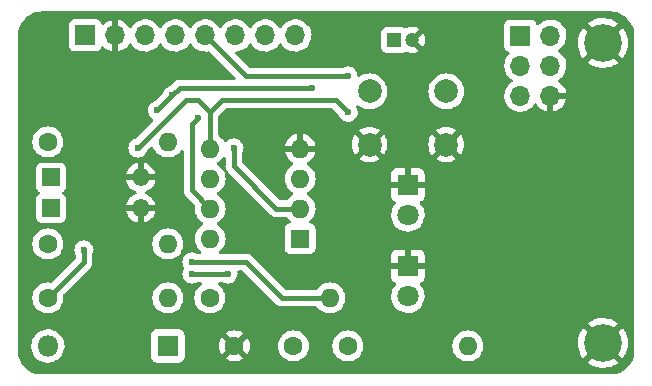
<source format=gbr>
%TF.GenerationSoftware,KiCad,Pcbnew,(6.0.11)*%
%TF.CreationDate,2023-02-10T16:41:59+03:00*%
%TF.ProjectId,QDevTiny,51446576-5469-46e7-992e-6b696361645f,rev?*%
%TF.SameCoordinates,Original*%
%TF.FileFunction,Copper,L2,Bot*%
%TF.FilePolarity,Positive*%
%FSLAX46Y46*%
G04 Gerber Fmt 4.6, Leading zero omitted, Abs format (unit mm)*
G04 Created by KiCad (PCBNEW (6.0.11)) date 2023-02-10 16:41:59*
%MOMM*%
%LPD*%
G01*
G04 APERTURE LIST*
%TA.AperFunction,ComponentPad*%
%ADD10R,1.700000X1.700000*%
%TD*%
%TA.AperFunction,ComponentPad*%
%ADD11O,1.700000X1.700000*%
%TD*%
%TA.AperFunction,ComponentPad*%
%ADD12C,3.200000*%
%TD*%
%TA.AperFunction,ComponentPad*%
%ADD13R,1.800000X1.800000*%
%TD*%
%TA.AperFunction,ComponentPad*%
%ADD14C,1.800000*%
%TD*%
%TA.AperFunction,ComponentPad*%
%ADD15R,1.600000X1.600000*%
%TD*%
%TA.AperFunction,ComponentPad*%
%ADD16O,1.600000X1.600000*%
%TD*%
%TA.AperFunction,ComponentPad*%
%ADD17C,1.600000*%
%TD*%
%TA.AperFunction,ComponentPad*%
%ADD18R,1.200000X1.200000*%
%TD*%
%TA.AperFunction,ComponentPad*%
%ADD19C,1.200000*%
%TD*%
%TA.AperFunction,ComponentPad*%
%ADD20O,1.800000X1.800000*%
%TD*%
%TA.AperFunction,ComponentPad*%
%ADD21R,1.500000X1.500000*%
%TD*%
%TA.AperFunction,ComponentPad*%
%ADD22O,1.500000X1.500000*%
%TD*%
%TA.AperFunction,ComponentPad*%
%ADD23C,2.000000*%
%TD*%
%TA.AperFunction,ViaPad*%
%ADD24C,1.200000*%
%TD*%
%TA.AperFunction,ViaPad*%
%ADD25C,0.600000*%
%TD*%
%TA.AperFunction,Conductor*%
%ADD26C,0.400000*%
%TD*%
G04 APERTURE END LIST*
D10*
%TO.P,J2,1,Pin_1*%
%TO.N,+5V*%
X89535000Y-46355000D03*
D11*
%TO.P,J2,2,Pin_2*%
%TO.N,GND*%
X92075000Y-46355000D03*
%TO.P,J2,3,Pin_3*%
%TO.N,PB0*%
X94615000Y-46355000D03*
%TO.P,J2,4,Pin_4*%
%TO.N,PB1*%
X97155000Y-46355000D03*
%TO.P,J2,5,Pin_5*%
%TO.N,PB2*%
X99695000Y-46355000D03*
%TO.P,J2,6,Pin_6*%
%TO.N,PB3*%
X102235000Y-46355000D03*
%TO.P,J2,7,Pin_7*%
%TO.N,PB4*%
X104775000Y-46355000D03*
%TO.P,J2,8,Pin_8*%
%TO.N,PB5{slash}R*%
X107315000Y-46355000D03*
%TD*%
D12*
%TO.P,REF\u002A\u002A,*%
%TO.N,GND*%
X133350000Y-72390000D03*
%TD*%
D13*
%TO.P,D2,1,K*%
%TO.N,GND*%
X116840000Y-65895000D03*
D14*
%TO.P,D2,2,A*%
%TO.N,Net-(D2-Pad2)*%
X116840000Y-68435000D03*
%TD*%
D15*
%TO.P,U1,1,~{RESET}/PB5*%
%TO.N,PB5{slash}R*%
X107714602Y-63549897D03*
D16*
%TO.P,U1,2,XTAL1/PB3*%
%TO.N,PB3*%
X107714602Y-61009897D03*
%TO.P,U1,3,XTAL2/PB4*%
%TO.N,PB4*%
X107714602Y-58469897D03*
%TO.P,U1,4,GND*%
%TO.N,GND*%
X107714602Y-55929897D03*
%TO.P,U1,5,AREF/PB0*%
%TO.N,PB0*%
X100094602Y-55929897D03*
%TO.P,U1,6,PB1*%
%TO.N,PB1*%
X100094602Y-58469897D03*
%TO.P,U1,7,PB2*%
%TO.N,PB2*%
X100094602Y-61009897D03*
%TO.P,U1,8,VCC*%
%TO.N,+5V*%
X100094602Y-63549897D03*
%TD*%
D17*
%TO.P,C1,1*%
%TO.N,+5V*%
X107148000Y-72644000D03*
%TO.P,C1,2*%
%TO.N,GND*%
X102148000Y-72644000D03*
%TD*%
D12*
%TO.P,REF\u002A\u002A,*%
%TO.N,GND*%
X133350000Y-46990000D03*
%TD*%
D17*
%TO.P,R1,1*%
%TO.N,+5V*%
X111760000Y-72644000D03*
D16*
%TO.P,R1,2*%
%TO.N,Net-(D1-Pad2)*%
X121920000Y-72644000D03*
%TD*%
D17*
%TO.P,R5,1*%
%TO.N,+5V*%
X100076000Y-68580000D03*
D16*
%TO.P,R5,2*%
%TO.N,/D-*%
X110236000Y-68580000D03*
%TD*%
D17*
%TO.P,R2,1*%
%TO.N,PB0*%
X86360000Y-68580000D03*
D16*
%TO.P,R2,2*%
%TO.N,Net-(D2-Pad2)*%
X96520000Y-68580000D03*
%TD*%
D18*
%TO.P,C2,1*%
%TO.N,+5V*%
X115691604Y-46736000D03*
D19*
%TO.P,C2,2*%
%TO.N,GND*%
X117191604Y-46736000D03*
%TD*%
D13*
%TO.P,D3,1,K*%
%TO.N,+5V*%
X96520000Y-72644000D03*
D20*
%TO.P,D3,2,A*%
%TO.N,Net-(D3-Pad2)*%
X86360000Y-72644000D03*
%TD*%
D13*
%TO.P,D1,1,K*%
%TO.N,GND*%
X116840000Y-59007000D03*
D14*
%TO.P,D1,2,A*%
%TO.N,Net-(D1-Pad2)*%
X116840000Y-61547000D03*
%TD*%
D21*
%TO.P,D4,1,K*%
%TO.N,/D-*%
X86609000Y-60973220D03*
D22*
%TO.P,D4,2,A*%
%TO.N,GND*%
X94229000Y-60973220D03*
%TD*%
D10*
%TO.P,J3,1,MISO*%
%TO.N,PB1*%
X126360000Y-46370000D03*
D11*
%TO.P,J3,2,VCC*%
%TO.N,+5V*%
X128900000Y-46370000D03*
%TO.P,J3,3,SCK*%
%TO.N,PB2*%
X126360000Y-48910000D03*
%TO.P,J3,4,MOSI*%
%TO.N,PB0*%
X128900000Y-48910000D03*
%TO.P,J3,5,~{RST}*%
%TO.N,PB5{slash}R*%
X126360000Y-51450000D03*
%TO.P,J3,6,GND*%
%TO.N,GND*%
X128900000Y-51450000D03*
%TD*%
D17*
%TO.P,R3,1*%
%TO.N,/D-*%
X86360000Y-64008000D03*
D16*
%TO.P,R3,2*%
%TO.N,PB3*%
X96520000Y-64008000D03*
%TD*%
D23*
%TO.P,SW1,1,1*%
%TO.N,PB5{slash}R*%
X113590000Y-51090000D03*
X120090000Y-51090000D03*
%TO.P,SW1,2,2*%
%TO.N,GND*%
X113590000Y-55590000D03*
X120090000Y-55590000D03*
%TD*%
D17*
%TO.P,R4,1*%
%TO.N,/D+*%
X86360000Y-55372000D03*
D16*
%TO.P,R4,2*%
%TO.N,PB4*%
X96520000Y-55372000D03*
%TD*%
D21*
%TO.P,D5,1,K*%
%TO.N,/D+*%
X86609000Y-58376780D03*
D22*
%TO.P,D5,2,A*%
%TO.N,GND*%
X94229000Y-58376780D03*
%TD*%
D24*
%TO.N,GND*%
X84543938Y-56896000D03*
D25*
%TO.N,Net-(D2-Pad2)*%
X98552000Y-66548000D03*
X101600000Y-66548000D03*
%TO.N,/D-*%
X98552000Y-65532000D03*
%TO.N,PB2*%
X99060000Y-53340000D03*
X111760000Y-49784000D03*
%TO.N,PB1*%
X95629865Y-52706134D03*
X96901000Y-51435000D03*
X108712000Y-50800000D03*
%TO.N,PB0*%
X89408000Y-64516000D03*
X111778602Y-52850602D03*
X93980000Y-55880000D03*
%TO.N,PB3*%
X102108000Y-55880000D03*
%TD*%
D26*
%TO.N,Net-(D2-Pad2)*%
X101600000Y-66548000D02*
X98552000Y-66548000D01*
%TO.N,/D-*%
X98552000Y-65532000D02*
X103124000Y-65532000D01*
X106172000Y-68580000D02*
X110236000Y-68580000D01*
X103124000Y-65532000D02*
X106172000Y-68580000D01*
%TO.N,PB2*%
X99060000Y-53340000D02*
X98552000Y-53848000D01*
X103124000Y-49784000D02*
X99695000Y-46355000D01*
X98552000Y-59467295D02*
X100094602Y-61009897D01*
X98552000Y-53848000D02*
X98552000Y-59467295D01*
X111760000Y-49784000D02*
X103124000Y-49784000D01*
%TO.N,PB1*%
X97536000Y-50800000D02*
X96901000Y-51435000D01*
X96901000Y-51435000D02*
X95629865Y-52706134D01*
X108712000Y-50800000D02*
X97536000Y-50800000D01*
%TO.N,PB0*%
X89408000Y-64516000D02*
X89408000Y-65532000D01*
X93980000Y-55880000D02*
X98044000Y-51816000D01*
X98044000Y-51816000D02*
X99060000Y-51816000D01*
X111778602Y-52850602D02*
X110744000Y-51816000D01*
X89408000Y-65532000D02*
X86360000Y-68580000D01*
X110744000Y-51816000D02*
X101129204Y-51816000D01*
X100094602Y-55929897D02*
X100094602Y-52850602D01*
X99060000Y-51816000D02*
X100094602Y-52850602D01*
X101129204Y-51816000D02*
X100094602Y-52850602D01*
%TO.N,PB5{slash}R*%
X113590000Y-50336000D02*
X113590000Y-51090000D01*
%TO.N,PB3*%
X102108000Y-57404000D02*
X105713897Y-61009897D01*
X105713897Y-61009897D02*
X107714602Y-61009897D01*
X102108000Y-55880000D02*
X102108000Y-57404000D01*
%TD*%
%TA.AperFunction,Conductor*%
%TO.N,GND*%
G36*
X133955018Y-44325000D02*
G01*
X133969851Y-44327310D01*
X133969855Y-44327310D01*
X133978724Y-44328691D01*
X133987626Y-44327527D01*
X133987629Y-44327527D01*
X133995012Y-44326561D01*
X134019591Y-44325767D01*
X134046427Y-44327526D01*
X134241922Y-44340340D01*
X134258262Y-44342491D01*
X134380477Y-44366801D01*
X134502696Y-44391112D01*
X134518606Y-44395375D01*
X134754523Y-44475458D01*
X134754600Y-44475484D01*
X134769826Y-44481791D01*
X134993342Y-44592016D01*
X135007616Y-44600257D01*
X135214829Y-44738713D01*
X135227905Y-44748746D01*
X135415278Y-44913068D01*
X135426932Y-44924722D01*
X135591254Y-45112095D01*
X135601287Y-45125171D01*
X135739743Y-45332384D01*
X135747984Y-45346658D01*
X135858209Y-45570174D01*
X135864515Y-45585398D01*
X135944625Y-45821394D01*
X135948888Y-45837302D01*
X135958237Y-45884305D01*
X135997509Y-46081738D01*
X135999660Y-46098078D01*
X136013763Y-46313236D01*
X136012733Y-46336350D01*
X136012690Y-46339854D01*
X136011309Y-46348724D01*
X136012473Y-46357626D01*
X136012473Y-46357628D01*
X136015436Y-46380283D01*
X136016500Y-46396621D01*
X136016500Y-72975633D01*
X136015000Y-72995018D01*
X136012690Y-73009851D01*
X136012690Y-73009855D01*
X136011309Y-73018724D01*
X136012473Y-73027626D01*
X136012473Y-73027629D01*
X136013439Y-73035012D01*
X136014233Y-73059591D01*
X135999660Y-73281922D01*
X135997509Y-73298262D01*
X135996168Y-73305006D01*
X135952286Y-73525617D01*
X135948889Y-73542693D01*
X135944625Y-73558606D01*
X135886424Y-73730062D01*
X135864516Y-73794600D01*
X135858209Y-73809826D01*
X135747984Y-74033342D01*
X135739743Y-74047616D01*
X135601287Y-74254829D01*
X135591254Y-74267905D01*
X135426932Y-74455278D01*
X135415278Y-74466932D01*
X135227905Y-74631254D01*
X135214829Y-74641287D01*
X135007616Y-74779743D01*
X134993342Y-74787984D01*
X134769826Y-74898209D01*
X134754602Y-74904515D01*
X134518606Y-74984625D01*
X134502696Y-74988888D01*
X134380477Y-75013199D01*
X134258262Y-75037509D01*
X134241922Y-75039660D01*
X134093134Y-75049413D01*
X134026763Y-75053763D01*
X134003650Y-75052733D01*
X134000146Y-75052690D01*
X133991276Y-75051309D01*
X133982374Y-75052473D01*
X133982372Y-75052473D01*
X133968923Y-75054232D01*
X133959714Y-75055436D01*
X133943379Y-75056500D01*
X85886133Y-75056500D01*
X85866745Y-75054999D01*
X85851919Y-75052690D01*
X85851912Y-75052690D01*
X85843044Y-75051309D01*
X85826750Y-75053439D01*
X85802179Y-75054232D01*
X85734271Y-75049780D01*
X85579851Y-75039656D01*
X85563511Y-75037505D01*
X85319083Y-74988882D01*
X85303163Y-74984616D01*
X85067173Y-74904505D01*
X85051947Y-74898197D01*
X84828444Y-74787975D01*
X84814170Y-74779735D01*
X84606941Y-74641267D01*
X84593885Y-74631248D01*
X84406504Y-74466916D01*
X84394860Y-74455272D01*
X84390958Y-74450822D01*
X84230534Y-74267890D01*
X84220505Y-74254819D01*
X84140385Y-74134910D01*
X84082050Y-74047604D01*
X84073811Y-74033334D01*
X84070737Y-74027099D01*
X83963587Y-73809818D01*
X83957281Y-73794593D01*
X83918166Y-73679364D01*
X83877174Y-73558605D01*
X83872909Y-73542688D01*
X83869514Y-73525617D01*
X83835817Y-73356211D01*
X83824290Y-73298259D01*
X83822139Y-73281919D01*
X83820270Y-73253406D01*
X83820000Y-73245165D01*
X83820000Y-72609469D01*
X84947095Y-72609469D01*
X84947392Y-72614622D01*
X84947392Y-72614625D01*
X84953067Y-72713041D01*
X84960427Y-72840697D01*
X84961564Y-72845743D01*
X84961565Y-72845749D01*
X84990836Y-72975633D01*
X85011346Y-73066642D01*
X85013288Y-73071424D01*
X85013289Y-73071428D01*
X85087183Y-73253406D01*
X85098484Y-73281237D01*
X85219501Y-73478719D01*
X85371147Y-73653784D01*
X85549349Y-73801730D01*
X85749322Y-73918584D01*
X85965694Y-74001209D01*
X85970760Y-74002240D01*
X85970761Y-74002240D01*
X86023846Y-74013040D01*
X86192656Y-74047385D01*
X86322089Y-74052131D01*
X86418949Y-74055683D01*
X86418953Y-74055683D01*
X86424113Y-74055872D01*
X86429233Y-74055216D01*
X86429235Y-74055216D01*
X86503166Y-74045745D01*
X86653847Y-74026442D01*
X86658795Y-74024957D01*
X86658802Y-74024956D01*
X86870747Y-73961369D01*
X86875690Y-73959886D01*
X86880565Y-73957498D01*
X87079049Y-73860262D01*
X87079052Y-73860260D01*
X87083684Y-73857991D01*
X87272243Y-73723494D01*
X87404062Y-73592134D01*
X95111500Y-73592134D01*
X95118255Y-73654316D01*
X95169385Y-73790705D01*
X95256739Y-73907261D01*
X95373295Y-73994615D01*
X95509684Y-74045745D01*
X95571866Y-74052500D01*
X97468134Y-74052500D01*
X97485191Y-74050647D01*
X132054625Y-74050647D01*
X132061680Y-74060620D01*
X132104757Y-74096637D01*
X132111694Y-74101677D01*
X132347895Y-74249846D01*
X132355446Y-74253895D01*
X132609581Y-74368640D01*
X132617612Y-74371627D01*
X132884967Y-74450822D01*
X132893318Y-74452689D01*
X133168954Y-74494867D01*
X133177487Y-74495583D01*
X133456291Y-74499963D01*
X133464842Y-74499514D01*
X133741659Y-74466016D01*
X133750073Y-74464411D01*
X134019786Y-74393654D01*
X134027902Y-74390923D01*
X134285521Y-74284213D01*
X134293183Y-74280410D01*
X134533933Y-74139727D01*
X134541020Y-74134910D01*
X134635883Y-74060529D01*
X134644353Y-74048670D01*
X134637836Y-74037046D01*
X133362812Y-72762022D01*
X133348868Y-72754408D01*
X133347035Y-72754539D01*
X133340420Y-72758790D01*
X132061917Y-74037293D01*
X132054625Y-74050647D01*
X97485191Y-74050647D01*
X97530316Y-74045745D01*
X97666705Y-73994615D01*
X97783261Y-73907261D01*
X97870615Y-73790705D01*
X97893349Y-73730062D01*
X101426493Y-73730062D01*
X101435789Y-73742077D01*
X101486994Y-73777931D01*
X101496489Y-73783414D01*
X101693947Y-73875490D01*
X101704239Y-73879236D01*
X101914688Y-73935625D01*
X101925481Y-73937528D01*
X102142525Y-73956517D01*
X102153475Y-73956517D01*
X102370519Y-73937528D01*
X102381312Y-73935625D01*
X102591761Y-73879236D01*
X102602053Y-73875490D01*
X102799511Y-73783414D01*
X102809006Y-73777931D01*
X102861048Y-73741491D01*
X102869424Y-73731012D01*
X102862356Y-73717566D01*
X102160812Y-73016022D01*
X102146868Y-73008408D01*
X102145035Y-73008539D01*
X102138420Y-73012790D01*
X101432923Y-73718287D01*
X101426493Y-73730062D01*
X97893349Y-73730062D01*
X97921745Y-73654316D01*
X97928500Y-73592134D01*
X97928500Y-72649475D01*
X100835483Y-72649475D01*
X100854472Y-72866519D01*
X100856375Y-72877312D01*
X100912764Y-73087761D01*
X100916510Y-73098053D01*
X101008586Y-73295511D01*
X101014069Y-73305006D01*
X101050509Y-73357048D01*
X101060988Y-73365424D01*
X101074434Y-73358356D01*
X101775978Y-72656812D01*
X101782356Y-72645132D01*
X102512408Y-72645132D01*
X102512539Y-72646965D01*
X102516790Y-72653580D01*
X103222287Y-73359077D01*
X103234062Y-73365507D01*
X103246077Y-73356211D01*
X103281931Y-73305006D01*
X103287414Y-73295511D01*
X103379490Y-73098053D01*
X103383236Y-73087761D01*
X103439625Y-72877312D01*
X103441528Y-72866519D01*
X103460517Y-72649475D01*
X103460517Y-72644000D01*
X105834502Y-72644000D01*
X105854457Y-72872087D01*
X105855881Y-72877400D01*
X105855881Y-72877402D01*
X105907871Y-73071428D01*
X105913716Y-73093243D01*
X105916039Y-73098224D01*
X105916039Y-73098225D01*
X106008151Y-73295762D01*
X106008154Y-73295767D01*
X106010477Y-73300749D01*
X106013634Y-73305257D01*
X106132012Y-73474318D01*
X106141802Y-73488300D01*
X106303700Y-73650198D01*
X106308208Y-73653355D01*
X106308211Y-73653357D01*
X106343482Y-73678054D01*
X106491251Y-73781523D01*
X106496233Y-73783846D01*
X106496238Y-73783849D01*
X106655238Y-73857991D01*
X106698757Y-73878284D01*
X106704065Y-73879706D01*
X106704067Y-73879707D01*
X106914598Y-73936119D01*
X106914600Y-73936119D01*
X106919913Y-73937543D01*
X107148000Y-73957498D01*
X107376087Y-73937543D01*
X107381400Y-73936119D01*
X107381402Y-73936119D01*
X107591933Y-73879707D01*
X107591935Y-73879706D01*
X107597243Y-73878284D01*
X107640762Y-73857991D01*
X107799762Y-73783849D01*
X107799767Y-73783846D01*
X107804749Y-73781523D01*
X107952518Y-73678054D01*
X107987789Y-73653357D01*
X107987792Y-73653355D01*
X107992300Y-73650198D01*
X108154198Y-73488300D01*
X108163989Y-73474318D01*
X108282366Y-73305257D01*
X108285523Y-73300749D01*
X108287846Y-73295767D01*
X108287849Y-73295762D01*
X108379961Y-73098225D01*
X108379961Y-73098224D01*
X108382284Y-73093243D01*
X108388130Y-73071428D01*
X108440119Y-72877402D01*
X108440119Y-72877400D01*
X108441543Y-72872087D01*
X108461498Y-72644000D01*
X110446502Y-72644000D01*
X110466457Y-72872087D01*
X110467881Y-72877400D01*
X110467881Y-72877402D01*
X110519871Y-73071428D01*
X110525716Y-73093243D01*
X110528039Y-73098224D01*
X110528039Y-73098225D01*
X110620151Y-73295762D01*
X110620154Y-73295767D01*
X110622477Y-73300749D01*
X110625634Y-73305257D01*
X110744012Y-73474318D01*
X110753802Y-73488300D01*
X110915700Y-73650198D01*
X110920208Y-73653355D01*
X110920211Y-73653357D01*
X110955482Y-73678054D01*
X111103251Y-73781523D01*
X111108233Y-73783846D01*
X111108238Y-73783849D01*
X111267238Y-73857991D01*
X111310757Y-73878284D01*
X111316065Y-73879706D01*
X111316067Y-73879707D01*
X111526598Y-73936119D01*
X111526600Y-73936119D01*
X111531913Y-73937543D01*
X111760000Y-73957498D01*
X111988087Y-73937543D01*
X111993400Y-73936119D01*
X111993402Y-73936119D01*
X112203933Y-73879707D01*
X112203935Y-73879706D01*
X112209243Y-73878284D01*
X112252762Y-73857991D01*
X112411762Y-73783849D01*
X112411767Y-73783846D01*
X112416749Y-73781523D01*
X112564518Y-73678054D01*
X112599789Y-73653357D01*
X112599792Y-73653355D01*
X112604300Y-73650198D01*
X112766198Y-73488300D01*
X112775989Y-73474318D01*
X112894366Y-73305257D01*
X112897523Y-73300749D01*
X112899846Y-73295767D01*
X112899849Y-73295762D01*
X112991961Y-73098225D01*
X112991961Y-73098224D01*
X112994284Y-73093243D01*
X113000130Y-73071428D01*
X113052119Y-72877402D01*
X113052119Y-72877400D01*
X113053543Y-72872087D01*
X113073498Y-72644000D01*
X120606502Y-72644000D01*
X120626457Y-72872087D01*
X120627881Y-72877400D01*
X120627881Y-72877402D01*
X120679871Y-73071428D01*
X120685716Y-73093243D01*
X120688039Y-73098224D01*
X120688039Y-73098225D01*
X120780151Y-73295762D01*
X120780154Y-73295767D01*
X120782477Y-73300749D01*
X120785634Y-73305257D01*
X120904012Y-73474318D01*
X120913802Y-73488300D01*
X121075700Y-73650198D01*
X121080208Y-73653355D01*
X121080211Y-73653357D01*
X121115482Y-73678054D01*
X121263251Y-73781523D01*
X121268233Y-73783846D01*
X121268238Y-73783849D01*
X121427238Y-73857991D01*
X121470757Y-73878284D01*
X121476065Y-73879706D01*
X121476067Y-73879707D01*
X121686598Y-73936119D01*
X121686600Y-73936119D01*
X121691913Y-73937543D01*
X121920000Y-73957498D01*
X122148087Y-73937543D01*
X122153400Y-73936119D01*
X122153402Y-73936119D01*
X122363933Y-73879707D01*
X122363935Y-73879706D01*
X122369243Y-73878284D01*
X122412762Y-73857991D01*
X122571762Y-73783849D01*
X122571767Y-73783846D01*
X122576749Y-73781523D01*
X122724518Y-73678054D01*
X122759789Y-73653357D01*
X122759792Y-73653355D01*
X122764300Y-73650198D01*
X122926198Y-73488300D01*
X122935989Y-73474318D01*
X123054366Y-73305257D01*
X123057523Y-73300749D01*
X123059846Y-73295767D01*
X123059849Y-73295762D01*
X123151961Y-73098225D01*
X123151961Y-73098224D01*
X123154284Y-73093243D01*
X123160130Y-73071428D01*
X123212119Y-72877402D01*
X123212119Y-72877400D01*
X123213543Y-72872087D01*
X123233498Y-72644000D01*
X123213543Y-72415913D01*
X123207394Y-72392965D01*
X123201818Y-72372154D01*
X131237437Y-72372154D01*
X131253488Y-72650533D01*
X131254561Y-72659033D01*
X131308246Y-72932664D01*
X131310457Y-72940916D01*
X131400782Y-73204736D01*
X131404097Y-73212621D01*
X131529389Y-73461736D01*
X131533745Y-73469102D01*
X131677432Y-73678166D01*
X131687685Y-73686510D01*
X131701426Y-73679364D01*
X132977978Y-72402812D01*
X132984356Y-72391132D01*
X133714408Y-72391132D01*
X133714539Y-72392965D01*
X133718790Y-72399580D01*
X134997264Y-73678054D01*
X135009474Y-73684721D01*
X135020973Y-73676032D01*
X135131464Y-73525617D01*
X135136048Y-73518393D01*
X135269099Y-73273346D01*
X135272667Y-73265553D01*
X135371227Y-73004721D01*
X135373704Y-72996515D01*
X135435954Y-72724718D01*
X135437294Y-72716257D01*
X135462243Y-72436715D01*
X135462489Y-72431776D01*
X135462900Y-72392485D01*
X135462757Y-72387519D01*
X135443669Y-72107520D01*
X135442508Y-72099046D01*
X135385962Y-71825998D01*
X135383658Y-71817744D01*
X135290579Y-71554897D01*
X135287183Y-71547049D01*
X135159286Y-71299254D01*
X135154858Y-71291942D01*
X135021812Y-71102636D01*
X135011290Y-71094256D01*
X134997902Y-71101308D01*
X133722022Y-72377188D01*
X133714408Y-72391132D01*
X132984356Y-72391132D01*
X132985592Y-72388868D01*
X132985461Y-72387035D01*
X132981210Y-72380420D01*
X131702160Y-71101370D01*
X131690150Y-71094811D01*
X131678410Y-71103779D01*
X131556748Y-71273091D01*
X131552226Y-71280385D01*
X131421757Y-71526799D01*
X131418271Y-71534627D01*
X131322446Y-71796481D01*
X131320057Y-71804704D01*
X131260654Y-72077151D01*
X131259405Y-72085607D01*
X131237526Y-72363604D01*
X131237437Y-72372154D01*
X123201818Y-72372154D01*
X123155707Y-72200067D01*
X123155706Y-72200065D01*
X123154284Y-72194757D01*
X123075402Y-72025592D01*
X123059849Y-71992238D01*
X123059846Y-71992233D01*
X123057523Y-71987251D01*
X122926198Y-71799700D01*
X122764300Y-71637802D01*
X122759792Y-71634645D01*
X122759789Y-71634643D01*
X122648886Y-71556988D01*
X122576749Y-71506477D01*
X122571767Y-71504154D01*
X122571762Y-71504151D01*
X122374225Y-71412039D01*
X122374224Y-71412039D01*
X122369243Y-71409716D01*
X122363935Y-71408294D01*
X122363933Y-71408293D01*
X122153402Y-71351881D01*
X122153400Y-71351881D01*
X122148087Y-71350457D01*
X121920000Y-71330502D01*
X121691913Y-71350457D01*
X121686600Y-71351881D01*
X121686598Y-71351881D01*
X121476067Y-71408293D01*
X121476065Y-71408294D01*
X121470757Y-71409716D01*
X121465776Y-71412039D01*
X121465775Y-71412039D01*
X121268238Y-71504151D01*
X121268233Y-71504154D01*
X121263251Y-71506477D01*
X121191114Y-71556988D01*
X121080211Y-71634643D01*
X121080208Y-71634645D01*
X121075700Y-71637802D01*
X120913802Y-71799700D01*
X120782477Y-71987251D01*
X120780154Y-71992233D01*
X120780151Y-71992238D01*
X120764598Y-72025592D01*
X120685716Y-72194757D01*
X120684294Y-72200065D01*
X120684293Y-72200067D01*
X120632606Y-72392965D01*
X120626457Y-72415913D01*
X120606502Y-72644000D01*
X113073498Y-72644000D01*
X113053543Y-72415913D01*
X113047394Y-72392965D01*
X112995707Y-72200067D01*
X112995706Y-72200065D01*
X112994284Y-72194757D01*
X112915402Y-72025592D01*
X112899849Y-71992238D01*
X112899846Y-71992233D01*
X112897523Y-71987251D01*
X112766198Y-71799700D01*
X112604300Y-71637802D01*
X112599792Y-71634645D01*
X112599789Y-71634643D01*
X112488886Y-71556988D01*
X112416749Y-71506477D01*
X112411767Y-71504154D01*
X112411762Y-71504151D01*
X112214225Y-71412039D01*
X112214224Y-71412039D01*
X112209243Y-71409716D01*
X112203935Y-71408294D01*
X112203933Y-71408293D01*
X111993402Y-71351881D01*
X111993400Y-71351881D01*
X111988087Y-71350457D01*
X111760000Y-71330502D01*
X111531913Y-71350457D01*
X111526600Y-71351881D01*
X111526598Y-71351881D01*
X111316067Y-71408293D01*
X111316065Y-71408294D01*
X111310757Y-71409716D01*
X111305776Y-71412039D01*
X111305775Y-71412039D01*
X111108238Y-71504151D01*
X111108233Y-71504154D01*
X111103251Y-71506477D01*
X111031114Y-71556988D01*
X110920211Y-71634643D01*
X110920208Y-71634645D01*
X110915700Y-71637802D01*
X110753802Y-71799700D01*
X110622477Y-71987251D01*
X110620154Y-71992233D01*
X110620151Y-71992238D01*
X110604598Y-72025592D01*
X110525716Y-72194757D01*
X110524294Y-72200065D01*
X110524293Y-72200067D01*
X110472606Y-72392965D01*
X110466457Y-72415913D01*
X110446502Y-72644000D01*
X108461498Y-72644000D01*
X108441543Y-72415913D01*
X108435394Y-72392965D01*
X108383707Y-72200067D01*
X108383706Y-72200065D01*
X108382284Y-72194757D01*
X108303402Y-72025592D01*
X108287849Y-71992238D01*
X108287846Y-71992233D01*
X108285523Y-71987251D01*
X108154198Y-71799700D01*
X107992300Y-71637802D01*
X107987792Y-71634645D01*
X107987789Y-71634643D01*
X107876886Y-71556988D01*
X107804749Y-71506477D01*
X107799767Y-71504154D01*
X107799762Y-71504151D01*
X107602225Y-71412039D01*
X107602224Y-71412039D01*
X107597243Y-71409716D01*
X107591935Y-71408294D01*
X107591933Y-71408293D01*
X107381402Y-71351881D01*
X107381400Y-71351881D01*
X107376087Y-71350457D01*
X107148000Y-71330502D01*
X106919913Y-71350457D01*
X106914600Y-71351881D01*
X106914598Y-71351881D01*
X106704067Y-71408293D01*
X106704065Y-71408294D01*
X106698757Y-71409716D01*
X106693776Y-71412039D01*
X106693775Y-71412039D01*
X106496238Y-71504151D01*
X106496233Y-71504154D01*
X106491251Y-71506477D01*
X106419114Y-71556988D01*
X106308211Y-71634643D01*
X106308208Y-71634645D01*
X106303700Y-71637802D01*
X106141802Y-71799700D01*
X106010477Y-71987251D01*
X106008154Y-71992233D01*
X106008151Y-71992238D01*
X105992598Y-72025592D01*
X105913716Y-72194757D01*
X105912294Y-72200065D01*
X105912293Y-72200067D01*
X105860606Y-72392965D01*
X105854457Y-72415913D01*
X105834502Y-72644000D01*
X103460517Y-72644000D01*
X103460517Y-72638525D01*
X103441528Y-72421481D01*
X103439625Y-72410688D01*
X103383236Y-72200239D01*
X103379490Y-72189947D01*
X103287414Y-71992489D01*
X103281931Y-71982994D01*
X103245491Y-71930952D01*
X103235012Y-71922576D01*
X103221566Y-71929644D01*
X102520022Y-72631188D01*
X102512408Y-72645132D01*
X101782356Y-72645132D01*
X101783592Y-72642868D01*
X101783461Y-72641035D01*
X101779210Y-72634420D01*
X101073713Y-71928923D01*
X101061938Y-71922493D01*
X101049923Y-71931789D01*
X101014069Y-71982994D01*
X101008586Y-71992489D01*
X100916510Y-72189947D01*
X100912764Y-72200239D01*
X100856375Y-72410688D01*
X100854472Y-72421481D01*
X100835483Y-72638525D01*
X100835483Y-72649475D01*
X97928500Y-72649475D01*
X97928500Y-71695866D01*
X97921745Y-71633684D01*
X97892993Y-71556988D01*
X101426576Y-71556988D01*
X101433644Y-71570434D01*
X102135188Y-72271978D01*
X102149132Y-72279592D01*
X102150965Y-72279461D01*
X102157580Y-72275210D01*
X102863077Y-71569713D01*
X102869507Y-71557938D01*
X102860211Y-71545923D01*
X102809006Y-71510069D01*
X102799511Y-71504586D01*
X102602053Y-71412510D01*
X102591761Y-71408764D01*
X102381312Y-71352375D01*
X102370519Y-71350472D01*
X102153475Y-71331483D01*
X102142525Y-71331483D01*
X101925481Y-71350472D01*
X101914688Y-71352375D01*
X101704239Y-71408764D01*
X101693947Y-71412510D01*
X101496489Y-71504586D01*
X101486994Y-71510069D01*
X101434952Y-71546509D01*
X101426576Y-71556988D01*
X97892993Y-71556988D01*
X97870615Y-71497295D01*
X97783261Y-71380739D01*
X97666705Y-71293385D01*
X97530316Y-71242255D01*
X97468134Y-71235500D01*
X95571866Y-71235500D01*
X95509684Y-71242255D01*
X95373295Y-71293385D01*
X95256739Y-71380739D01*
X95169385Y-71497295D01*
X95118255Y-71633684D01*
X95111500Y-71695866D01*
X95111500Y-73592134D01*
X87404062Y-73592134D01*
X87436303Y-73560005D01*
X87571458Y-73371917D01*
X87579221Y-73356211D01*
X87671784Y-73168922D01*
X87671785Y-73168920D01*
X87674078Y-73164280D01*
X87741408Y-72942671D01*
X87771640Y-72713041D01*
X87773093Y-72653580D01*
X87773245Y-72647365D01*
X87773245Y-72647361D01*
X87773327Y-72644000D01*
X87755033Y-72421481D01*
X87754773Y-72418318D01*
X87754772Y-72418312D01*
X87754349Y-72413167D01*
X87720797Y-72279592D01*
X87699184Y-72193544D01*
X87699183Y-72193540D01*
X87697925Y-72188533D01*
X87695866Y-72183797D01*
X87607630Y-71980868D01*
X87607628Y-71980865D01*
X87605570Y-71976131D01*
X87479764Y-71781665D01*
X87323887Y-71610358D01*
X87319836Y-71607159D01*
X87319832Y-71607155D01*
X87146177Y-71470011D01*
X87146172Y-71470008D01*
X87142123Y-71466810D01*
X87137607Y-71464317D01*
X87137604Y-71464315D01*
X86943879Y-71357373D01*
X86943875Y-71357371D01*
X86939355Y-71354876D01*
X86934486Y-71353152D01*
X86934482Y-71353150D01*
X86725903Y-71279288D01*
X86725899Y-71279287D01*
X86721028Y-71277562D01*
X86715935Y-71276655D01*
X86715932Y-71276654D01*
X86498095Y-71237851D01*
X86498089Y-71237850D01*
X86493006Y-71236945D01*
X86420096Y-71236054D01*
X86266581Y-71234179D01*
X86266579Y-71234179D01*
X86261411Y-71234116D01*
X86032464Y-71269150D01*
X85812314Y-71341106D01*
X85807726Y-71343494D01*
X85807722Y-71343496D01*
X85611461Y-71445663D01*
X85606872Y-71448052D01*
X85602739Y-71451155D01*
X85602736Y-71451157D01*
X85425790Y-71584012D01*
X85421655Y-71587117D01*
X85261639Y-71754564D01*
X85258725Y-71758836D01*
X85258724Y-71758837D01*
X85243152Y-71781665D01*
X85131119Y-71945899D01*
X85033602Y-72155981D01*
X84971707Y-72379169D01*
X84947095Y-72609469D01*
X83820000Y-72609469D01*
X83820000Y-70731359D01*
X132055442Y-70731359D01*
X132061837Y-70742627D01*
X133337188Y-72017978D01*
X133351132Y-72025592D01*
X133352965Y-72025461D01*
X133359580Y-72021210D01*
X134637667Y-70743123D01*
X134644858Y-70729954D01*
X134637535Y-70719716D01*
X134577298Y-70670413D01*
X134570326Y-70665457D01*
X134332560Y-70519754D01*
X134324990Y-70515796D01*
X134069657Y-70403714D01*
X134061597Y-70400812D01*
X133793432Y-70324424D01*
X133785054Y-70322642D01*
X133508998Y-70283353D01*
X133500451Y-70282726D01*
X133221614Y-70281265D01*
X133213081Y-70281802D01*
X132936622Y-70318200D01*
X132928221Y-70319894D01*
X132659274Y-70393469D01*
X132651179Y-70396288D01*
X132394694Y-70505688D01*
X132387071Y-70509572D01*
X132147809Y-70652767D01*
X132140771Y-70657658D01*
X132063912Y-70719233D01*
X132055442Y-70731359D01*
X83820000Y-70731359D01*
X83820000Y-68580000D01*
X85046502Y-68580000D01*
X85066457Y-68808087D01*
X85067881Y-68813400D01*
X85067881Y-68813402D01*
X85105898Y-68955280D01*
X85125716Y-69029243D01*
X85128039Y-69034224D01*
X85128039Y-69034225D01*
X85220151Y-69231762D01*
X85220154Y-69231767D01*
X85222477Y-69236749D01*
X85261066Y-69291859D01*
X85305035Y-69354653D01*
X85353802Y-69424300D01*
X85515700Y-69586198D01*
X85520208Y-69589355D01*
X85520211Y-69589357D01*
X85528756Y-69595340D01*
X85703251Y-69717523D01*
X85708233Y-69719846D01*
X85708238Y-69719849D01*
X85905775Y-69811961D01*
X85910757Y-69814284D01*
X85916065Y-69815706D01*
X85916067Y-69815707D01*
X86126598Y-69872119D01*
X86126600Y-69872119D01*
X86131913Y-69873543D01*
X86360000Y-69893498D01*
X86588087Y-69873543D01*
X86593400Y-69872119D01*
X86593402Y-69872119D01*
X86803933Y-69815707D01*
X86803935Y-69815706D01*
X86809243Y-69814284D01*
X86814225Y-69811961D01*
X87011762Y-69719849D01*
X87011767Y-69719846D01*
X87016749Y-69717523D01*
X87191244Y-69595340D01*
X87199789Y-69589357D01*
X87199792Y-69589355D01*
X87204300Y-69586198D01*
X87366198Y-69424300D01*
X87414966Y-69354653D01*
X87458934Y-69291859D01*
X87497523Y-69236749D01*
X87499846Y-69231767D01*
X87499849Y-69231762D01*
X87591961Y-69034225D01*
X87591961Y-69034224D01*
X87594284Y-69029243D01*
X87614103Y-68955280D01*
X87652119Y-68813402D01*
X87652119Y-68813400D01*
X87653543Y-68808087D01*
X87673498Y-68580000D01*
X95206502Y-68580000D01*
X95226457Y-68808087D01*
X95227881Y-68813400D01*
X95227881Y-68813402D01*
X95265898Y-68955280D01*
X95285716Y-69029243D01*
X95288039Y-69034224D01*
X95288039Y-69034225D01*
X95380151Y-69231762D01*
X95380154Y-69231767D01*
X95382477Y-69236749D01*
X95421066Y-69291859D01*
X95465035Y-69354653D01*
X95513802Y-69424300D01*
X95675700Y-69586198D01*
X95680208Y-69589355D01*
X95680211Y-69589357D01*
X95688756Y-69595340D01*
X95863251Y-69717523D01*
X95868233Y-69719846D01*
X95868238Y-69719849D01*
X96065775Y-69811961D01*
X96070757Y-69814284D01*
X96076065Y-69815706D01*
X96076067Y-69815707D01*
X96286598Y-69872119D01*
X96286600Y-69872119D01*
X96291913Y-69873543D01*
X96520000Y-69893498D01*
X96748087Y-69873543D01*
X96753400Y-69872119D01*
X96753402Y-69872119D01*
X96963933Y-69815707D01*
X96963935Y-69815706D01*
X96969243Y-69814284D01*
X96974225Y-69811961D01*
X97171762Y-69719849D01*
X97171767Y-69719846D01*
X97176749Y-69717523D01*
X97351244Y-69595340D01*
X97359789Y-69589357D01*
X97359792Y-69589355D01*
X97364300Y-69586198D01*
X97526198Y-69424300D01*
X97574966Y-69354653D01*
X97618934Y-69291859D01*
X97657523Y-69236749D01*
X97659846Y-69231767D01*
X97659849Y-69231762D01*
X97751961Y-69034225D01*
X97751961Y-69034224D01*
X97754284Y-69029243D01*
X97774103Y-68955280D01*
X97812119Y-68813402D01*
X97812119Y-68813400D01*
X97813543Y-68808087D01*
X97833498Y-68580000D01*
X97813543Y-68351913D01*
X97766220Y-68175301D01*
X97755707Y-68136067D01*
X97755706Y-68136065D01*
X97754284Y-68130757D01*
X97751961Y-68125775D01*
X97659849Y-67928238D01*
X97659846Y-67928233D01*
X97657523Y-67923251D01*
X97551523Y-67771868D01*
X97529357Y-67740211D01*
X97529355Y-67740208D01*
X97526198Y-67735700D01*
X97364300Y-67573802D01*
X97359792Y-67570645D01*
X97359789Y-67570643D01*
X97208932Y-67465012D01*
X97176749Y-67442477D01*
X97171767Y-67440154D01*
X97171762Y-67440151D01*
X96974225Y-67348039D01*
X96974224Y-67348039D01*
X96969243Y-67345716D01*
X96963935Y-67344294D01*
X96963933Y-67344293D01*
X96753402Y-67287881D01*
X96753400Y-67287881D01*
X96748087Y-67286457D01*
X96520000Y-67266502D01*
X96291913Y-67286457D01*
X96286600Y-67287881D01*
X96286598Y-67287881D01*
X96076067Y-67344293D01*
X96076065Y-67344294D01*
X96070757Y-67345716D01*
X96065776Y-67348039D01*
X96065775Y-67348039D01*
X95868238Y-67440151D01*
X95868233Y-67440154D01*
X95863251Y-67442477D01*
X95831068Y-67465012D01*
X95680211Y-67570643D01*
X95680208Y-67570645D01*
X95675700Y-67573802D01*
X95513802Y-67735700D01*
X95510645Y-67740208D01*
X95510643Y-67740211D01*
X95488477Y-67771868D01*
X95382477Y-67923251D01*
X95380154Y-67928233D01*
X95380151Y-67928238D01*
X95288039Y-68125775D01*
X95285716Y-68130757D01*
X95284294Y-68136065D01*
X95284293Y-68136067D01*
X95273780Y-68175301D01*
X95226457Y-68351913D01*
X95206502Y-68580000D01*
X87673498Y-68580000D01*
X87653556Y-68352064D01*
X87667545Y-68282460D01*
X87689982Y-68251988D01*
X89888520Y-66053450D01*
X89894785Y-66047596D01*
X89899190Y-66043753D01*
X89938385Y-66009561D01*
X89975129Y-65957280D01*
X89979061Y-65951986D01*
X90013791Y-65907693D01*
X90018476Y-65901718D01*
X90021599Y-65894802D01*
X90022983Y-65892516D01*
X90031357Y-65877835D01*
X90032622Y-65875475D01*
X90036990Y-65869261D01*
X90060203Y-65809723D01*
X90062759Y-65803642D01*
X90085918Y-65752352D01*
X90089045Y-65745427D01*
X90090429Y-65737960D01*
X90091230Y-65735405D01*
X90095859Y-65719152D01*
X90096522Y-65716572D01*
X90099282Y-65709491D01*
X90107622Y-65646139D01*
X90108653Y-65639632D01*
X90108933Y-65638124D01*
X90120296Y-65576814D01*
X90116709Y-65514608D01*
X90116500Y-65507354D01*
X90116500Y-64946132D01*
X90129983Y-64890400D01*
X90131643Y-64887902D01*
X90134722Y-64879798D01*
X90193555Y-64724920D01*
X90193556Y-64724918D01*
X90196055Y-64718338D01*
X90197792Y-64705978D01*
X90220748Y-64542639D01*
X90220748Y-64542636D01*
X90221299Y-64538717D01*
X90221616Y-64516000D01*
X90201397Y-64335745D01*
X90199080Y-64329091D01*
X90144064Y-64171106D01*
X90144062Y-64171103D01*
X90141745Y-64164448D01*
X90045626Y-64010624D01*
X90043020Y-64008000D01*
X95206502Y-64008000D01*
X95226457Y-64236087D01*
X95227881Y-64241400D01*
X95227881Y-64241402D01*
X95251378Y-64329091D01*
X95285716Y-64457243D01*
X95288039Y-64462224D01*
X95288039Y-64462225D01*
X95380151Y-64659762D01*
X95380154Y-64659767D01*
X95382477Y-64664749D01*
X95436739Y-64742243D01*
X95510466Y-64847535D01*
X95513802Y-64852300D01*
X95675700Y-65014198D01*
X95680208Y-65017355D01*
X95680211Y-65017357D01*
X95724595Y-65048435D01*
X95863251Y-65145523D01*
X95868233Y-65147846D01*
X95868238Y-65147849D01*
X96062706Y-65238530D01*
X96070757Y-65242284D01*
X96076065Y-65243706D01*
X96076067Y-65243707D01*
X96286598Y-65300119D01*
X96286600Y-65300119D01*
X96291913Y-65301543D01*
X96520000Y-65321498D01*
X96748087Y-65301543D01*
X96753400Y-65300119D01*
X96753402Y-65300119D01*
X96963933Y-65243707D01*
X96963935Y-65243706D01*
X96969243Y-65242284D01*
X96977294Y-65238530D01*
X97171762Y-65147849D01*
X97171767Y-65147846D01*
X97176749Y-65145523D01*
X97315405Y-65048435D01*
X97359789Y-65017357D01*
X97359792Y-65017355D01*
X97364300Y-65014198D01*
X97526198Y-64852300D01*
X97529535Y-64847535D01*
X97603261Y-64742243D01*
X97657523Y-64664749D01*
X97659846Y-64659767D01*
X97659849Y-64659762D01*
X97751961Y-64462225D01*
X97751961Y-64462224D01*
X97754284Y-64457243D01*
X97788623Y-64329091D01*
X97812119Y-64241402D01*
X97812119Y-64241400D01*
X97813543Y-64236087D01*
X97833498Y-64008000D01*
X97813543Y-63779913D01*
X97792972Y-63703140D01*
X97755707Y-63564067D01*
X97755706Y-63564065D01*
X97754284Y-63558757D01*
X97747600Y-63544422D01*
X97659849Y-63356238D01*
X97659846Y-63356233D01*
X97657523Y-63351251D01*
X97526198Y-63163700D01*
X97364300Y-63001802D01*
X97359792Y-62998645D01*
X97359789Y-62998643D01*
X97261898Y-62930099D01*
X97176749Y-62870477D01*
X97171767Y-62868154D01*
X97171762Y-62868151D01*
X96974225Y-62776039D01*
X96974224Y-62776039D01*
X96969243Y-62773716D01*
X96963935Y-62772294D01*
X96963933Y-62772293D01*
X96753402Y-62715881D01*
X96753400Y-62715881D01*
X96748087Y-62714457D01*
X96520000Y-62694502D01*
X96291913Y-62714457D01*
X96286600Y-62715881D01*
X96286598Y-62715881D01*
X96076067Y-62772293D01*
X96076065Y-62772294D01*
X96070757Y-62773716D01*
X96065776Y-62776039D01*
X96065775Y-62776039D01*
X95868238Y-62868151D01*
X95868233Y-62868154D01*
X95863251Y-62870477D01*
X95778102Y-62930099D01*
X95680211Y-62998643D01*
X95680208Y-62998645D01*
X95675700Y-63001802D01*
X95513802Y-63163700D01*
X95382477Y-63351251D01*
X95380154Y-63356233D01*
X95380151Y-63356238D01*
X95292400Y-63544422D01*
X95285716Y-63558757D01*
X95284294Y-63564065D01*
X95284293Y-63564067D01*
X95247028Y-63703140D01*
X95226457Y-63779913D01*
X95206502Y-64008000D01*
X90043020Y-64008000D01*
X90039169Y-64004122D01*
X89922778Y-63886915D01*
X89922774Y-63886912D01*
X89917815Y-63881918D01*
X89906697Y-63874862D01*
X89858538Y-63844300D01*
X89764666Y-63784727D01*
X89730340Y-63772504D01*
X89600425Y-63726243D01*
X89600420Y-63726242D01*
X89593790Y-63723881D01*
X89586802Y-63723048D01*
X89586799Y-63723047D01*
X89463698Y-63708368D01*
X89413680Y-63702404D01*
X89406677Y-63703140D01*
X89406676Y-63703140D01*
X89240288Y-63720628D01*
X89240286Y-63720629D01*
X89233288Y-63721364D01*
X89061579Y-63779818D01*
X89055575Y-63783512D01*
X88913095Y-63871166D01*
X88913092Y-63871168D01*
X88907088Y-63874862D01*
X88902053Y-63879793D01*
X88902050Y-63879795D01*
X88785602Y-63993830D01*
X88777493Y-64001771D01*
X88679235Y-64154238D01*
X88676826Y-64160858D01*
X88676824Y-64160861D01*
X88619606Y-64318066D01*
X88617197Y-64324685D01*
X88594463Y-64504640D01*
X88612163Y-64685160D01*
X88669418Y-64857273D01*
X88673065Y-64863296D01*
X88673066Y-64863297D01*
X88681276Y-64876853D01*
X88699500Y-64942124D01*
X88699500Y-65186340D01*
X88679498Y-65254461D01*
X88662595Y-65275435D01*
X86688012Y-67250018D01*
X86625700Y-67284044D01*
X86587937Y-67286444D01*
X86360000Y-67266502D01*
X86131913Y-67286457D01*
X86126600Y-67287881D01*
X86126598Y-67287881D01*
X85916067Y-67344293D01*
X85916065Y-67344294D01*
X85910757Y-67345716D01*
X85905776Y-67348039D01*
X85905775Y-67348039D01*
X85708238Y-67440151D01*
X85708233Y-67440154D01*
X85703251Y-67442477D01*
X85671068Y-67465012D01*
X85520211Y-67570643D01*
X85520208Y-67570645D01*
X85515700Y-67573802D01*
X85353802Y-67735700D01*
X85350645Y-67740208D01*
X85350643Y-67740211D01*
X85328477Y-67771868D01*
X85222477Y-67923251D01*
X85220154Y-67928233D01*
X85220151Y-67928238D01*
X85128039Y-68125775D01*
X85125716Y-68130757D01*
X85124294Y-68136065D01*
X85124293Y-68136067D01*
X85113780Y-68175301D01*
X85066457Y-68351913D01*
X85046502Y-68580000D01*
X83820000Y-68580000D01*
X83820000Y-64008000D01*
X85046502Y-64008000D01*
X85066457Y-64236087D01*
X85067881Y-64241400D01*
X85067881Y-64241402D01*
X85091378Y-64329091D01*
X85125716Y-64457243D01*
X85128039Y-64462224D01*
X85128039Y-64462225D01*
X85220151Y-64659762D01*
X85220154Y-64659767D01*
X85222477Y-64664749D01*
X85276739Y-64742243D01*
X85350466Y-64847535D01*
X85353802Y-64852300D01*
X85515700Y-65014198D01*
X85520208Y-65017355D01*
X85520211Y-65017357D01*
X85564595Y-65048435D01*
X85703251Y-65145523D01*
X85708233Y-65147846D01*
X85708238Y-65147849D01*
X85902706Y-65238530D01*
X85910757Y-65242284D01*
X85916065Y-65243706D01*
X85916067Y-65243707D01*
X86126598Y-65300119D01*
X86126600Y-65300119D01*
X86131913Y-65301543D01*
X86360000Y-65321498D01*
X86588087Y-65301543D01*
X86593400Y-65300119D01*
X86593402Y-65300119D01*
X86803933Y-65243707D01*
X86803935Y-65243706D01*
X86809243Y-65242284D01*
X86817294Y-65238530D01*
X87011762Y-65147849D01*
X87011767Y-65147846D01*
X87016749Y-65145523D01*
X87155405Y-65048435D01*
X87199789Y-65017357D01*
X87199792Y-65017355D01*
X87204300Y-65014198D01*
X87366198Y-64852300D01*
X87369535Y-64847535D01*
X87443261Y-64742243D01*
X87497523Y-64664749D01*
X87499846Y-64659767D01*
X87499849Y-64659762D01*
X87591961Y-64462225D01*
X87591961Y-64462224D01*
X87594284Y-64457243D01*
X87628623Y-64329091D01*
X87652119Y-64241402D01*
X87652119Y-64241400D01*
X87653543Y-64236087D01*
X87673498Y-64008000D01*
X87653543Y-63779913D01*
X87632972Y-63703140D01*
X87595707Y-63564067D01*
X87595706Y-63564065D01*
X87594284Y-63558757D01*
X87587600Y-63544422D01*
X87499849Y-63356238D01*
X87499846Y-63356233D01*
X87497523Y-63351251D01*
X87366198Y-63163700D01*
X87204300Y-63001802D01*
X87199792Y-62998645D01*
X87199789Y-62998643D01*
X87101898Y-62930099D01*
X87016749Y-62870477D01*
X87011767Y-62868154D01*
X87011762Y-62868151D01*
X86814225Y-62776039D01*
X86814224Y-62776039D01*
X86809243Y-62773716D01*
X86803935Y-62772294D01*
X86803933Y-62772293D01*
X86593402Y-62715881D01*
X86593400Y-62715881D01*
X86588087Y-62714457D01*
X86360000Y-62694502D01*
X86131913Y-62714457D01*
X86126600Y-62715881D01*
X86126598Y-62715881D01*
X85916067Y-62772293D01*
X85916065Y-62772294D01*
X85910757Y-62773716D01*
X85905776Y-62776039D01*
X85905775Y-62776039D01*
X85708238Y-62868151D01*
X85708233Y-62868154D01*
X85703251Y-62870477D01*
X85618102Y-62930099D01*
X85520211Y-62998643D01*
X85520208Y-62998645D01*
X85515700Y-63001802D01*
X85353802Y-63163700D01*
X85222477Y-63351251D01*
X85220154Y-63356233D01*
X85220151Y-63356238D01*
X85132400Y-63544422D01*
X85125716Y-63558757D01*
X85124294Y-63564065D01*
X85124293Y-63564067D01*
X85087028Y-63703140D01*
X85066457Y-63779913D01*
X85046502Y-64008000D01*
X83820000Y-64008000D01*
X83820000Y-61771354D01*
X85350500Y-61771354D01*
X85357255Y-61833536D01*
X85408385Y-61969925D01*
X85495739Y-62086481D01*
X85612295Y-62173835D01*
X85748684Y-62224965D01*
X85810866Y-62231720D01*
X87407134Y-62231720D01*
X87469316Y-62224965D01*
X87605705Y-62173835D01*
X87722261Y-62086481D01*
X87809615Y-61969925D01*
X87860745Y-61833536D01*
X87867500Y-61771354D01*
X87867500Y-61239742D01*
X92998037Y-61239742D01*
X93040928Y-61399815D01*
X93044674Y-61410107D01*
X93133056Y-61599641D01*
X93138534Y-61609127D01*
X93258476Y-61780423D01*
X93265530Y-61788830D01*
X93413388Y-61936688D01*
X93421796Y-61943744D01*
X93593088Y-62063684D01*
X93602584Y-62069167D01*
X93792113Y-62157546D01*
X93802405Y-62161292D01*
X93957503Y-62202850D01*
X93971599Y-62202514D01*
X93975000Y-62194572D01*
X93975000Y-62189423D01*
X94483000Y-62189423D01*
X94486973Y-62202954D01*
X94495522Y-62204183D01*
X94655595Y-62161292D01*
X94665887Y-62157546D01*
X94855416Y-62069167D01*
X94864912Y-62063684D01*
X95036204Y-61943744D01*
X95044612Y-61936688D01*
X95192470Y-61788830D01*
X95199524Y-61780423D01*
X95319466Y-61609127D01*
X95324944Y-61599641D01*
X95413326Y-61410107D01*
X95417072Y-61399815D01*
X95458630Y-61244717D01*
X95458294Y-61230621D01*
X95450352Y-61227220D01*
X94501115Y-61227220D01*
X94485876Y-61231695D01*
X94484671Y-61233085D01*
X94483000Y-61240768D01*
X94483000Y-62189423D01*
X93975000Y-62189423D01*
X93975000Y-61245335D01*
X93970525Y-61230096D01*
X93969135Y-61228891D01*
X93961452Y-61227220D01*
X93012797Y-61227220D01*
X92999266Y-61231193D01*
X92998037Y-61239742D01*
X87867500Y-61239742D01*
X87867500Y-60175086D01*
X87860745Y-60112904D01*
X87809615Y-59976515D01*
X87722261Y-59859959D01*
X87691124Y-59836623D01*
X87610003Y-59775826D01*
X87567488Y-59718967D01*
X87562462Y-59648148D01*
X87596522Y-59585855D01*
X87610003Y-59574174D01*
X87715080Y-59495423D01*
X87715081Y-59495422D01*
X87722261Y-59490041D01*
X87809615Y-59373485D01*
X87860745Y-59237096D01*
X87867500Y-59174914D01*
X87867500Y-58643302D01*
X92998037Y-58643302D01*
X93040928Y-58803375D01*
X93044674Y-58813667D01*
X93133056Y-59003201D01*
X93138534Y-59012687D01*
X93258476Y-59183983D01*
X93265530Y-59192390D01*
X93413388Y-59340248D01*
X93421796Y-59347304D01*
X93593088Y-59467244D01*
X93602584Y-59472727D01*
X93791468Y-59560805D01*
X93844753Y-59607723D01*
X93864214Y-59676000D01*
X93843672Y-59743960D01*
X93791468Y-59789195D01*
X93602579Y-59877276D01*
X93593093Y-59882754D01*
X93421797Y-60002696D01*
X93413390Y-60009750D01*
X93265530Y-60157610D01*
X93258476Y-60166017D01*
X93138534Y-60337313D01*
X93133056Y-60346799D01*
X93044674Y-60536333D01*
X93040928Y-60546625D01*
X92999370Y-60701723D01*
X92999706Y-60715819D01*
X93007648Y-60719220D01*
X95445203Y-60719220D01*
X95458734Y-60715247D01*
X95459963Y-60706698D01*
X95417072Y-60546625D01*
X95413326Y-60536333D01*
X95324944Y-60346799D01*
X95319466Y-60337313D01*
X95199524Y-60166017D01*
X95192470Y-60157610D01*
X95044612Y-60009752D01*
X95036204Y-60002696D01*
X94864912Y-59882756D01*
X94855416Y-59877273D01*
X94666532Y-59789195D01*
X94613247Y-59742277D01*
X94593786Y-59674000D01*
X94614328Y-59606040D01*
X94666532Y-59560805D01*
X94855416Y-59472727D01*
X94864912Y-59467244D01*
X95036204Y-59347304D01*
X95044612Y-59340248D01*
X95192470Y-59192390D01*
X95199524Y-59183983D01*
X95319466Y-59012687D01*
X95324944Y-59003201D01*
X95413326Y-58813667D01*
X95417072Y-58803375D01*
X95458630Y-58648277D01*
X95458294Y-58634181D01*
X95450352Y-58630780D01*
X93012797Y-58630780D01*
X92999266Y-58634753D01*
X92998037Y-58643302D01*
X87867500Y-58643302D01*
X87867500Y-58105283D01*
X92999370Y-58105283D01*
X92999706Y-58119379D01*
X93007648Y-58122780D01*
X93956885Y-58122780D01*
X93972124Y-58118305D01*
X93973329Y-58116915D01*
X93975000Y-58109232D01*
X93975000Y-58104665D01*
X94483000Y-58104665D01*
X94487475Y-58119904D01*
X94488865Y-58121109D01*
X94496548Y-58122780D01*
X95445203Y-58122780D01*
X95458734Y-58118807D01*
X95459963Y-58110258D01*
X95417072Y-57950185D01*
X95413326Y-57939893D01*
X95324944Y-57750359D01*
X95319466Y-57740873D01*
X95199524Y-57569577D01*
X95192470Y-57561170D01*
X95044612Y-57413312D01*
X95036204Y-57406256D01*
X94864912Y-57286316D01*
X94855416Y-57280833D01*
X94665887Y-57192454D01*
X94655595Y-57188708D01*
X94500497Y-57147150D01*
X94486401Y-57147486D01*
X94483000Y-57155428D01*
X94483000Y-58104665D01*
X93975000Y-58104665D01*
X93975000Y-57160577D01*
X93971027Y-57147046D01*
X93962478Y-57145817D01*
X93802405Y-57188708D01*
X93792113Y-57192454D01*
X93602579Y-57280836D01*
X93593093Y-57286314D01*
X93421797Y-57406256D01*
X93413390Y-57413310D01*
X93265530Y-57561170D01*
X93258476Y-57569577D01*
X93138534Y-57740873D01*
X93133056Y-57750359D01*
X93044674Y-57939893D01*
X93040928Y-57950185D01*
X92999370Y-58105283D01*
X87867500Y-58105283D01*
X87867500Y-57578646D01*
X87860745Y-57516464D01*
X87809615Y-57380075D01*
X87722261Y-57263519D01*
X87605705Y-57176165D01*
X87469316Y-57125035D01*
X87407134Y-57118280D01*
X85810866Y-57118280D01*
X85748684Y-57125035D01*
X85612295Y-57176165D01*
X85495739Y-57263519D01*
X85408385Y-57380075D01*
X85357255Y-57516464D01*
X85350500Y-57578646D01*
X85350500Y-59174914D01*
X85357255Y-59237096D01*
X85408385Y-59373485D01*
X85495739Y-59490041D01*
X85502919Y-59495422D01*
X85502920Y-59495423D01*
X85607997Y-59574174D01*
X85650512Y-59631033D01*
X85655538Y-59701852D01*
X85621478Y-59764145D01*
X85607997Y-59775826D01*
X85526876Y-59836623D01*
X85495739Y-59859959D01*
X85408385Y-59976515D01*
X85357255Y-60112904D01*
X85350500Y-60175086D01*
X85350500Y-61771354D01*
X83820000Y-61771354D01*
X83820000Y-55372000D01*
X85046502Y-55372000D01*
X85066457Y-55600087D01*
X85067881Y-55605400D01*
X85067881Y-55605402D01*
X85118602Y-55794692D01*
X85125716Y-55821243D01*
X85128039Y-55826224D01*
X85128039Y-55826225D01*
X85220151Y-56023762D01*
X85220154Y-56023767D01*
X85222477Y-56028749D01*
X85265713Y-56090496D01*
X85343365Y-56201394D01*
X85353802Y-56216300D01*
X85515700Y-56378198D01*
X85520208Y-56381355D01*
X85520211Y-56381357D01*
X85542710Y-56397111D01*
X85703251Y-56509523D01*
X85708233Y-56511846D01*
X85708238Y-56511849D01*
X85877774Y-56590904D01*
X85910757Y-56606284D01*
X85916065Y-56607706D01*
X85916067Y-56607707D01*
X86126598Y-56664119D01*
X86126600Y-56664119D01*
X86131913Y-56665543D01*
X86360000Y-56685498D01*
X86588087Y-56665543D01*
X86593400Y-56664119D01*
X86593402Y-56664119D01*
X86803933Y-56607707D01*
X86803935Y-56607706D01*
X86809243Y-56606284D01*
X86842226Y-56590904D01*
X87011762Y-56511849D01*
X87011767Y-56511846D01*
X87016749Y-56509523D01*
X87177290Y-56397111D01*
X87199789Y-56381357D01*
X87199792Y-56381355D01*
X87204300Y-56378198D01*
X87366198Y-56216300D01*
X87376636Y-56201394D01*
X87454287Y-56090496D01*
X87497523Y-56028749D01*
X87499846Y-56023767D01*
X87499849Y-56023762D01*
X87591961Y-55826225D01*
X87591961Y-55826224D01*
X87594284Y-55821243D01*
X87601399Y-55794692D01*
X87652119Y-55605402D01*
X87652119Y-55605400D01*
X87653543Y-55600087D01*
X87673498Y-55372000D01*
X87653543Y-55143913D01*
X87649111Y-55127373D01*
X87595707Y-54928067D01*
X87595706Y-54928065D01*
X87594284Y-54922757D01*
X87591961Y-54917775D01*
X87499849Y-54720238D01*
X87499846Y-54720233D01*
X87497523Y-54715251D01*
X87366198Y-54527700D01*
X87204300Y-54365802D01*
X87199792Y-54362645D01*
X87199789Y-54362643D01*
X87121611Y-54307902D01*
X87016749Y-54234477D01*
X87011767Y-54232154D01*
X87011762Y-54232151D01*
X86814225Y-54140039D01*
X86814224Y-54140039D01*
X86809243Y-54137716D01*
X86803935Y-54136294D01*
X86803933Y-54136293D01*
X86593402Y-54079881D01*
X86593400Y-54079881D01*
X86588087Y-54078457D01*
X86360000Y-54058502D01*
X86131913Y-54078457D01*
X86126600Y-54079881D01*
X86126598Y-54079881D01*
X85916067Y-54136293D01*
X85916065Y-54136294D01*
X85910757Y-54137716D01*
X85905776Y-54140039D01*
X85905775Y-54140039D01*
X85708238Y-54232151D01*
X85708233Y-54232154D01*
X85703251Y-54234477D01*
X85598389Y-54307902D01*
X85520211Y-54362643D01*
X85520208Y-54362645D01*
X85515700Y-54365802D01*
X85353802Y-54527700D01*
X85222477Y-54715251D01*
X85220154Y-54720233D01*
X85220151Y-54720238D01*
X85128039Y-54917775D01*
X85125716Y-54922757D01*
X85124294Y-54928065D01*
X85124293Y-54928067D01*
X85070889Y-55127373D01*
X85066457Y-55143913D01*
X85046502Y-55372000D01*
X83820000Y-55372000D01*
X83820000Y-47253134D01*
X88176500Y-47253134D01*
X88183255Y-47315316D01*
X88234385Y-47451705D01*
X88321739Y-47568261D01*
X88438295Y-47655615D01*
X88574684Y-47706745D01*
X88636866Y-47713500D01*
X90433134Y-47713500D01*
X90495316Y-47706745D01*
X90631705Y-47655615D01*
X90748261Y-47568261D01*
X90835615Y-47451705D01*
X90869236Y-47362022D01*
X90879798Y-47333848D01*
X90922440Y-47277084D01*
X90989001Y-47252384D01*
X91058350Y-47267592D01*
X91093017Y-47295580D01*
X91118218Y-47324673D01*
X91125580Y-47331883D01*
X91289434Y-47467916D01*
X91297881Y-47473831D01*
X91481756Y-47581279D01*
X91491042Y-47585729D01*
X91690001Y-47661703D01*
X91699899Y-47664579D01*
X91803250Y-47685606D01*
X91817299Y-47684410D01*
X91821000Y-47674065D01*
X91821000Y-47673517D01*
X92329000Y-47673517D01*
X92333064Y-47687359D01*
X92346478Y-47689393D01*
X92353184Y-47688534D01*
X92363262Y-47686392D01*
X92567255Y-47625191D01*
X92576842Y-47621433D01*
X92768095Y-47527739D01*
X92776945Y-47522464D01*
X92950328Y-47398792D01*
X92958200Y-47392139D01*
X93109052Y-47241812D01*
X93115730Y-47233965D01*
X93243022Y-47056819D01*
X93244279Y-47057722D01*
X93291373Y-47014362D01*
X93361311Y-47002145D01*
X93426751Y-47029678D01*
X93454579Y-47061511D01*
X93514987Y-47160088D01*
X93661250Y-47328938D01*
X93833126Y-47471632D01*
X94026000Y-47584338D01*
X94234692Y-47664030D01*
X94239760Y-47665061D01*
X94239763Y-47665062D01*
X94334862Y-47684410D01*
X94453597Y-47708567D01*
X94458772Y-47708757D01*
X94458774Y-47708757D01*
X94671673Y-47716564D01*
X94671677Y-47716564D01*
X94676837Y-47716753D01*
X94681957Y-47716097D01*
X94681959Y-47716097D01*
X94893288Y-47689025D01*
X94893289Y-47689025D01*
X94898416Y-47688368D01*
X94903366Y-47686883D01*
X95107429Y-47625661D01*
X95107434Y-47625659D01*
X95112384Y-47624174D01*
X95312994Y-47525896D01*
X95494860Y-47396173D01*
X95653096Y-47238489D01*
X95783453Y-47057077D01*
X95784776Y-47058028D01*
X95831645Y-47014857D01*
X95901580Y-47002625D01*
X95967026Y-47030144D01*
X95994875Y-47061994D01*
X96054987Y-47160088D01*
X96201250Y-47328938D01*
X96373126Y-47471632D01*
X96566000Y-47584338D01*
X96774692Y-47664030D01*
X96779760Y-47665061D01*
X96779763Y-47665062D01*
X96874862Y-47684410D01*
X96993597Y-47708567D01*
X96998772Y-47708757D01*
X96998774Y-47708757D01*
X97211673Y-47716564D01*
X97211677Y-47716564D01*
X97216837Y-47716753D01*
X97221957Y-47716097D01*
X97221959Y-47716097D01*
X97433288Y-47689025D01*
X97433289Y-47689025D01*
X97438416Y-47688368D01*
X97443366Y-47686883D01*
X97647429Y-47625661D01*
X97647434Y-47625659D01*
X97652384Y-47624174D01*
X97852994Y-47525896D01*
X98034860Y-47396173D01*
X98193096Y-47238489D01*
X98323453Y-47057077D01*
X98324776Y-47058028D01*
X98371645Y-47014857D01*
X98441580Y-47002625D01*
X98507026Y-47030144D01*
X98534875Y-47061994D01*
X98594987Y-47160088D01*
X98741250Y-47328938D01*
X98913126Y-47471632D01*
X99106000Y-47584338D01*
X99314692Y-47664030D01*
X99319760Y-47665061D01*
X99319763Y-47665062D01*
X99414862Y-47684410D01*
X99533597Y-47708567D01*
X99538772Y-47708757D01*
X99538774Y-47708757D01*
X99751673Y-47716564D01*
X99751677Y-47716564D01*
X99756837Y-47716753D01*
X99761957Y-47716097D01*
X99761959Y-47716097D01*
X99959589Y-47690780D01*
X100029699Y-47701965D01*
X100064694Y-47726664D01*
X102214434Y-49876405D01*
X102248460Y-49938717D01*
X102243395Y-50009533D01*
X102200848Y-50066368D01*
X102134328Y-50091179D01*
X102125339Y-50091500D01*
X97564927Y-50091500D01*
X97556358Y-50091208D01*
X97506225Y-50087790D01*
X97506221Y-50087790D01*
X97498648Y-50087274D01*
X97435681Y-50098264D01*
X97429169Y-50099224D01*
X97365758Y-50106898D01*
X97358657Y-50109581D01*
X97356048Y-50110222D01*
X97339728Y-50114687D01*
X97337195Y-50115452D01*
X97329717Y-50116757D01*
X97271190Y-50142448D01*
X97265108Y-50144930D01*
X97244753Y-50152622D01*
X97212449Y-50164828D01*
X97212447Y-50164829D01*
X97205344Y-50167513D01*
X97199085Y-50171814D01*
X97196720Y-50173051D01*
X97181948Y-50181273D01*
X97179656Y-50182628D01*
X97172695Y-50185684D01*
X97166668Y-50190309D01*
X97166664Y-50190311D01*
X97121987Y-50224593D01*
X97116662Y-50228462D01*
X97097890Y-50241364D01*
X97075188Y-50256967D01*
X97064019Y-50264643D01*
X97058967Y-50270313D01*
X97058966Y-50270314D01*
X97022572Y-50311162D01*
X97017591Y-50316438D01*
X96697563Y-50636466D01*
X96649074Y-50666649D01*
X96561243Y-50696549D01*
X96561240Y-50696550D01*
X96554579Y-50698818D01*
X96548581Y-50702508D01*
X96548579Y-50702509D01*
X96406095Y-50790166D01*
X96406092Y-50790168D01*
X96400088Y-50793862D01*
X96395053Y-50798793D01*
X96395050Y-50798795D01*
X96275525Y-50915843D01*
X96270493Y-50920771D01*
X96172235Y-51073238D01*
X96169826Y-51079858D01*
X96169824Y-51079861D01*
X96131111Y-51186224D01*
X96101805Y-51232224D01*
X95426427Y-51907602D01*
X95377936Y-51937785D01*
X95290117Y-51967680D01*
X95290114Y-51967681D01*
X95283444Y-51969952D01*
X95220974Y-52008384D01*
X95134960Y-52061300D01*
X95134957Y-52061302D01*
X95128953Y-52064996D01*
X95123918Y-52069927D01*
X95123915Y-52069929D01*
X95004390Y-52186977D01*
X94999358Y-52191905D01*
X94901100Y-52344372D01*
X94898691Y-52350992D01*
X94898689Y-52350995D01*
X94866245Y-52440135D01*
X94839062Y-52514819D01*
X94816328Y-52694774D01*
X94834028Y-52875294D01*
X94891283Y-53047407D01*
X94894930Y-53053429D01*
X94894931Y-53053431D01*
X94981433Y-53196263D01*
X94985245Y-53202558D01*
X95111247Y-53333036D01*
X95117143Y-53336894D01*
X95231605Y-53411796D01*
X95277654Y-53465833D01*
X95287177Y-53536188D01*
X95257152Y-53600523D01*
X95251707Y-53606323D01*
X93776563Y-55081467D01*
X93728074Y-55111650D01*
X93633579Y-55143818D01*
X93627575Y-55147512D01*
X93485095Y-55235166D01*
X93485092Y-55235168D01*
X93479088Y-55238862D01*
X93474053Y-55243793D01*
X93474050Y-55243795D01*
X93438727Y-55278386D01*
X93349493Y-55365771D01*
X93251235Y-55518238D01*
X93248826Y-55524858D01*
X93248824Y-55524861D01*
X93195089Y-55672496D01*
X93189197Y-55688685D01*
X93166463Y-55868640D01*
X93184163Y-56049160D01*
X93241418Y-56221273D01*
X93245065Y-56227295D01*
X93245066Y-56227297D01*
X93273771Y-56274694D01*
X93335380Y-56376424D01*
X93340269Y-56381487D01*
X93340270Y-56381488D01*
X93410415Y-56454124D01*
X93461382Y-56506902D01*
X93467278Y-56510760D01*
X93589751Y-56590904D01*
X93613159Y-56606222D01*
X93619763Y-56608678D01*
X93619765Y-56608679D01*
X93776558Y-56666990D01*
X93776560Y-56666990D01*
X93783168Y-56669448D01*
X93866995Y-56680633D01*
X93955980Y-56692507D01*
X93955984Y-56692507D01*
X93962961Y-56693438D01*
X93969972Y-56692800D01*
X93969976Y-56692800D01*
X94112459Y-56679832D01*
X94143600Y-56676998D01*
X94150302Y-56674820D01*
X94150304Y-56674820D01*
X94309409Y-56623124D01*
X94309412Y-56623123D01*
X94316108Y-56620947D01*
X94471912Y-56528069D01*
X94603266Y-56402982D01*
X94703643Y-56251902D01*
X94751372Y-56126256D01*
X94780065Y-56081905D01*
X95080864Y-55781106D01*
X95143176Y-55747080D01*
X95213991Y-55752145D01*
X95270827Y-55794692D01*
X95285295Y-55821439D01*
X95285716Y-55821243D01*
X95380151Y-56023762D01*
X95380154Y-56023767D01*
X95382477Y-56028749D01*
X95425713Y-56090496D01*
X95503365Y-56201394D01*
X95513802Y-56216300D01*
X95675700Y-56378198D01*
X95680208Y-56381355D01*
X95680211Y-56381357D01*
X95702710Y-56397111D01*
X95863251Y-56509523D01*
X95868233Y-56511846D01*
X95868238Y-56511849D01*
X96037774Y-56590904D01*
X96070757Y-56606284D01*
X96076065Y-56607706D01*
X96076067Y-56607707D01*
X96286598Y-56664119D01*
X96286600Y-56664119D01*
X96291913Y-56665543D01*
X96520000Y-56685498D01*
X96748087Y-56665543D01*
X96753400Y-56664119D01*
X96753402Y-56664119D01*
X96963933Y-56607707D01*
X96963935Y-56607706D01*
X96969243Y-56606284D01*
X97002226Y-56590904D01*
X97171762Y-56511849D01*
X97171767Y-56511846D01*
X97176749Y-56509523D01*
X97337290Y-56397111D01*
X97359789Y-56381357D01*
X97359792Y-56381355D01*
X97364300Y-56378198D01*
X97526198Y-56216300D01*
X97536636Y-56201394D01*
X97614287Y-56090496D01*
X97669744Y-56046168D01*
X97740363Y-56038859D01*
X97803724Y-56070890D01*
X97839709Y-56132091D01*
X97843500Y-56162767D01*
X97843500Y-59438383D01*
X97843208Y-59446953D01*
X97839904Y-59495423D01*
X97839275Y-59504647D01*
X97840580Y-59512124D01*
X97840580Y-59512125D01*
X97850261Y-59567594D01*
X97851223Y-59574116D01*
X97858898Y-59637537D01*
X97861581Y-59644638D01*
X97862222Y-59647247D01*
X97866685Y-59663557D01*
X97867450Y-59666093D01*
X97868757Y-59673579D01*
X97871811Y-59680536D01*
X97894442Y-59732090D01*
X97896933Y-59738194D01*
X97919513Y-59797951D01*
X97923817Y-59804214D01*
X97925054Y-59806580D01*
X97933299Y-59821392D01*
X97934632Y-59823646D01*
X97937685Y-59830600D01*
X97973500Y-59877273D01*
X97976579Y-59881286D01*
X97980459Y-59886627D01*
X98012339Y-59933015D01*
X98012344Y-59933020D01*
X98016643Y-59939276D01*
X98022313Y-59944327D01*
X98022314Y-59944329D01*
X98063170Y-59980730D01*
X98068446Y-59985711D01*
X98764620Y-60681885D01*
X98798646Y-60744197D01*
X98801046Y-60781960D01*
X98781104Y-61009897D01*
X98801059Y-61237984D01*
X98802483Y-61243297D01*
X98802483Y-61243299D01*
X98847180Y-61410107D01*
X98860318Y-61459140D01*
X98862641Y-61464121D01*
X98862641Y-61464122D01*
X98954753Y-61661659D01*
X98954756Y-61661664D01*
X98957079Y-61666646D01*
X99088404Y-61854197D01*
X99250302Y-62016095D01*
X99254810Y-62019252D01*
X99254813Y-62019254D01*
X99326096Y-62069167D01*
X99437853Y-62147420D01*
X99442835Y-62149743D01*
X99442840Y-62149746D01*
X99477059Y-62165702D01*
X99530344Y-62212619D01*
X99549805Y-62280896D01*
X99529263Y-62348856D01*
X99477059Y-62394092D01*
X99442840Y-62410048D01*
X99442835Y-62410051D01*
X99437853Y-62412374D01*
X99371539Y-62458808D01*
X99254813Y-62540540D01*
X99254810Y-62540542D01*
X99250302Y-62543699D01*
X99088404Y-62705597D01*
X99085247Y-62710105D01*
X99085245Y-62710108D01*
X99048026Y-62763262D01*
X98957079Y-62893148D01*
X98954756Y-62898130D01*
X98954753Y-62898135D01*
X98907886Y-62998643D01*
X98860318Y-63100654D01*
X98801059Y-63321810D01*
X98781104Y-63549897D01*
X98801059Y-63777984D01*
X98802483Y-63783297D01*
X98802483Y-63783299D01*
X98827018Y-63874862D01*
X98860318Y-63999140D01*
X98862641Y-64004121D01*
X98862641Y-64004122D01*
X98954753Y-64201659D01*
X98954756Y-64201664D01*
X98957079Y-64206646D01*
X99088404Y-64394197D01*
X99250302Y-64556095D01*
X99254812Y-64559253D01*
X99254818Y-64559258D01*
X99304845Y-64594287D01*
X99349174Y-64649744D01*
X99356483Y-64720363D01*
X99324453Y-64783724D01*
X99263251Y-64819709D01*
X99232575Y-64823500D01*
X98981158Y-64823500D01*
X98921624Y-64806205D01*
X98920948Y-64807590D01*
X98914609Y-64804498D01*
X98908666Y-64800727D01*
X98892937Y-64795126D01*
X98744425Y-64742243D01*
X98744420Y-64742242D01*
X98737790Y-64739881D01*
X98730802Y-64739048D01*
X98730799Y-64739047D01*
X98607698Y-64724368D01*
X98557680Y-64718404D01*
X98550677Y-64719140D01*
X98550676Y-64719140D01*
X98384288Y-64736628D01*
X98384286Y-64736629D01*
X98377288Y-64737364D01*
X98205579Y-64795818D01*
X98160923Y-64823291D01*
X98057095Y-64887166D01*
X98057092Y-64887168D01*
X98051088Y-64890862D01*
X98046053Y-64895793D01*
X98046050Y-64895795D01*
X97929121Y-65010301D01*
X97921493Y-65017771D01*
X97823235Y-65170238D01*
X97820826Y-65176858D01*
X97820824Y-65176861D01*
X97763606Y-65334066D01*
X97761197Y-65340685D01*
X97738463Y-65520640D01*
X97756163Y-65701160D01*
X97813418Y-65873273D01*
X97862665Y-65954589D01*
X97875101Y-65975124D01*
X97893280Y-66043753D01*
X97873236Y-66108650D01*
X97827054Y-66180310D01*
X97827050Y-66180319D01*
X97823235Y-66186238D01*
X97761197Y-66356685D01*
X97738463Y-66536640D01*
X97756163Y-66717160D01*
X97813418Y-66889273D01*
X97817065Y-66895295D01*
X97817066Y-66895297D01*
X97895687Y-67025116D01*
X97907380Y-67044424D01*
X97912269Y-67049487D01*
X97912270Y-67049488D01*
X97927357Y-67065111D01*
X98033382Y-67174902D01*
X98039278Y-67178760D01*
X98178758Y-67270033D01*
X98185159Y-67274222D01*
X98191763Y-67276678D01*
X98191765Y-67276679D01*
X98348558Y-67334990D01*
X98348560Y-67334990D01*
X98355168Y-67337448D01*
X98417133Y-67345716D01*
X98527980Y-67360507D01*
X98527984Y-67360507D01*
X98534961Y-67361438D01*
X98541972Y-67360800D01*
X98541976Y-67360800D01*
X98684459Y-67347832D01*
X98715600Y-67344998D01*
X98722302Y-67342820D01*
X98722304Y-67342820D01*
X98881409Y-67291124D01*
X98881412Y-67291123D01*
X98888108Y-67288947D01*
X98912727Y-67274271D01*
X98977245Y-67256500D01*
X99285233Y-67256500D01*
X99353354Y-67276502D01*
X99399847Y-67330158D01*
X99409951Y-67400432D01*
X99380457Y-67465012D01*
X99357504Y-67485713D01*
X99236211Y-67570643D01*
X99236208Y-67570645D01*
X99231700Y-67573802D01*
X99069802Y-67735700D01*
X99066645Y-67740208D01*
X99066643Y-67740211D01*
X99044477Y-67771868D01*
X98938477Y-67923251D01*
X98936154Y-67928233D01*
X98936151Y-67928238D01*
X98844039Y-68125775D01*
X98841716Y-68130757D01*
X98840294Y-68136065D01*
X98840293Y-68136067D01*
X98829780Y-68175301D01*
X98782457Y-68351913D01*
X98762502Y-68580000D01*
X98782457Y-68808087D01*
X98783881Y-68813400D01*
X98783881Y-68813402D01*
X98821898Y-68955280D01*
X98841716Y-69029243D01*
X98844039Y-69034224D01*
X98844039Y-69034225D01*
X98936151Y-69231762D01*
X98936154Y-69231767D01*
X98938477Y-69236749D01*
X98977066Y-69291859D01*
X99021035Y-69354653D01*
X99069802Y-69424300D01*
X99231700Y-69586198D01*
X99236208Y-69589355D01*
X99236211Y-69589357D01*
X99244756Y-69595340D01*
X99419251Y-69717523D01*
X99424233Y-69719846D01*
X99424238Y-69719849D01*
X99621775Y-69811961D01*
X99626757Y-69814284D01*
X99632065Y-69815706D01*
X99632067Y-69815707D01*
X99842598Y-69872119D01*
X99842600Y-69872119D01*
X99847913Y-69873543D01*
X100076000Y-69893498D01*
X100304087Y-69873543D01*
X100309400Y-69872119D01*
X100309402Y-69872119D01*
X100519933Y-69815707D01*
X100519935Y-69815706D01*
X100525243Y-69814284D01*
X100530225Y-69811961D01*
X100727762Y-69719849D01*
X100727767Y-69719846D01*
X100732749Y-69717523D01*
X100907244Y-69595340D01*
X100915789Y-69589357D01*
X100915792Y-69589355D01*
X100920300Y-69586198D01*
X101082198Y-69424300D01*
X101130966Y-69354653D01*
X101174934Y-69291859D01*
X101213523Y-69236749D01*
X101215846Y-69231767D01*
X101215849Y-69231762D01*
X101307961Y-69034225D01*
X101307961Y-69034224D01*
X101310284Y-69029243D01*
X101330103Y-68955280D01*
X101368119Y-68813402D01*
X101368119Y-68813400D01*
X101369543Y-68808087D01*
X101389498Y-68580000D01*
X101369543Y-68351913D01*
X101322220Y-68175301D01*
X101311707Y-68136067D01*
X101311706Y-68136065D01*
X101310284Y-68130757D01*
X101307961Y-68125775D01*
X101215849Y-67928238D01*
X101215846Y-67928233D01*
X101213523Y-67923251D01*
X101107523Y-67771868D01*
X101085357Y-67740211D01*
X101085355Y-67740208D01*
X101082198Y-67735700D01*
X100920300Y-67573802D01*
X100915792Y-67570645D01*
X100915789Y-67570643D01*
X100794496Y-67485713D01*
X100750168Y-67430256D01*
X100742859Y-67359637D01*
X100774890Y-67296276D01*
X100836091Y-67260291D01*
X100866767Y-67256500D01*
X101169800Y-67256500D01*
X101226609Y-67270033D01*
X101227260Y-67270362D01*
X101233159Y-67274222D01*
X101239766Y-67276679D01*
X101239768Y-67276680D01*
X101396558Y-67334990D01*
X101396560Y-67334990D01*
X101403168Y-67337448D01*
X101465133Y-67345716D01*
X101575980Y-67360507D01*
X101575984Y-67360507D01*
X101582961Y-67361438D01*
X101589972Y-67360800D01*
X101589976Y-67360800D01*
X101732459Y-67347832D01*
X101763600Y-67344998D01*
X101770302Y-67342820D01*
X101770304Y-67342820D01*
X101929409Y-67291124D01*
X101929412Y-67291123D01*
X101936108Y-67288947D01*
X102091912Y-67196069D01*
X102223266Y-67070982D01*
X102323643Y-66919902D01*
X102388055Y-66750338D01*
X102389035Y-66743366D01*
X102412748Y-66574639D01*
X102412748Y-66574636D01*
X102413299Y-66570717D01*
X102413616Y-66548000D01*
X102394833Y-66380545D01*
X102407117Y-66310619D01*
X102455256Y-66258435D01*
X102520048Y-66240500D01*
X102778340Y-66240500D01*
X102846461Y-66260502D01*
X102867435Y-66277405D01*
X105650550Y-69060520D01*
X105656404Y-69066785D01*
X105694439Y-69110385D01*
X105700653Y-69114752D01*
X105746719Y-69147128D01*
X105752014Y-69151061D01*
X105802282Y-69190476D01*
X105809198Y-69193599D01*
X105811484Y-69194983D01*
X105826165Y-69203357D01*
X105828525Y-69204622D01*
X105834739Y-69208990D01*
X105841818Y-69211750D01*
X105841820Y-69211751D01*
X105894275Y-69232202D01*
X105900344Y-69234753D01*
X105958573Y-69261045D01*
X105966040Y-69262429D01*
X105968595Y-69263230D01*
X105984848Y-69267859D01*
X105987428Y-69268522D01*
X105994509Y-69271282D01*
X106002040Y-69272273D01*
X106002042Y-69272274D01*
X106031661Y-69276173D01*
X106057861Y-69279622D01*
X106064359Y-69280652D01*
X106127186Y-69292296D01*
X106134766Y-69291859D01*
X106134767Y-69291859D01*
X106189392Y-69288709D01*
X106196646Y-69288500D01*
X109069122Y-69288500D01*
X109137243Y-69308502D01*
X109172335Y-69342229D01*
X109226643Y-69419789D01*
X109229802Y-69424300D01*
X109391700Y-69586198D01*
X109396208Y-69589355D01*
X109396211Y-69589357D01*
X109404756Y-69595340D01*
X109579251Y-69717523D01*
X109584233Y-69719846D01*
X109584238Y-69719849D01*
X109781775Y-69811961D01*
X109786757Y-69814284D01*
X109792065Y-69815706D01*
X109792067Y-69815707D01*
X110002598Y-69872119D01*
X110002600Y-69872119D01*
X110007913Y-69873543D01*
X110236000Y-69893498D01*
X110464087Y-69873543D01*
X110469400Y-69872119D01*
X110469402Y-69872119D01*
X110679933Y-69815707D01*
X110679935Y-69815706D01*
X110685243Y-69814284D01*
X110690225Y-69811961D01*
X110887762Y-69719849D01*
X110887767Y-69719846D01*
X110892749Y-69717523D01*
X111067244Y-69595340D01*
X111075789Y-69589357D01*
X111075792Y-69589355D01*
X111080300Y-69586198D01*
X111242198Y-69424300D01*
X111290966Y-69354653D01*
X111334934Y-69291859D01*
X111373523Y-69236749D01*
X111375846Y-69231767D01*
X111375849Y-69231762D01*
X111467961Y-69034225D01*
X111467961Y-69034224D01*
X111470284Y-69029243D01*
X111490103Y-68955280D01*
X111528119Y-68813402D01*
X111528119Y-68813400D01*
X111529543Y-68808087D01*
X111549498Y-68580000D01*
X111533791Y-68400469D01*
X115427095Y-68400469D01*
X115427392Y-68405622D01*
X115427392Y-68405625D01*
X115433067Y-68504041D01*
X115440427Y-68631697D01*
X115441564Y-68636743D01*
X115441565Y-68636749D01*
X115473741Y-68779523D01*
X115491346Y-68857642D01*
X115493288Y-68862424D01*
X115493289Y-68862428D01*
X115576270Y-69066785D01*
X115578484Y-69072237D01*
X115581183Y-69076641D01*
X115695525Y-69263230D01*
X115699501Y-69269719D01*
X115851147Y-69444784D01*
X116029349Y-69592730D01*
X116229322Y-69709584D01*
X116234147Y-69711426D01*
X116234148Y-69711427D01*
X116250112Y-69717523D01*
X116445694Y-69792209D01*
X116450760Y-69793240D01*
X116450761Y-69793240D01*
X116503846Y-69804040D01*
X116672656Y-69838385D01*
X116803324Y-69843176D01*
X116898949Y-69846683D01*
X116898953Y-69846683D01*
X116904113Y-69846872D01*
X116909233Y-69846216D01*
X116909235Y-69846216D01*
X116982270Y-69836860D01*
X117133847Y-69817442D01*
X117138795Y-69815957D01*
X117138802Y-69815956D01*
X117350747Y-69752369D01*
X117355690Y-69750886D01*
X117419045Y-69719849D01*
X117559049Y-69651262D01*
X117559052Y-69651260D01*
X117563684Y-69648991D01*
X117752243Y-69514494D01*
X117916303Y-69351005D01*
X118051458Y-69162917D01*
X118058327Y-69149020D01*
X118151784Y-68959922D01*
X118151785Y-68959920D01*
X118154078Y-68955280D01*
X118221408Y-68733671D01*
X118251640Y-68504041D01*
X118253327Y-68435000D01*
X118246059Y-68346598D01*
X118234773Y-68209318D01*
X118234772Y-68209312D01*
X118234349Y-68204167D01*
X118177925Y-67979533D01*
X118175866Y-67974797D01*
X118087630Y-67771868D01*
X118087628Y-67771865D01*
X118085570Y-67767131D01*
X117959764Y-67572665D01*
X117869486Y-67473450D01*
X117838434Y-67409605D01*
X117846829Y-67339106D01*
X117892005Y-67284338D01*
X117918449Y-67270669D01*
X117978054Y-67248324D01*
X117993649Y-67239786D01*
X118095724Y-67163285D01*
X118108285Y-67150724D01*
X118184786Y-67048649D01*
X118193324Y-67033054D01*
X118238478Y-66912606D01*
X118242105Y-66897351D01*
X118247631Y-66846486D01*
X118248000Y-66839672D01*
X118248000Y-66167115D01*
X118243525Y-66151876D01*
X118242135Y-66150671D01*
X118234452Y-66149000D01*
X115450116Y-66149000D01*
X115434877Y-66153475D01*
X115433672Y-66154865D01*
X115432001Y-66162548D01*
X115432001Y-66839669D01*
X115432371Y-66846490D01*
X115437895Y-66897352D01*
X115441521Y-66912604D01*
X115486676Y-67033054D01*
X115495214Y-67048649D01*
X115571715Y-67150724D01*
X115584276Y-67163285D01*
X115686351Y-67239786D01*
X115701946Y-67248324D01*
X115761540Y-67270665D01*
X115818304Y-67313307D01*
X115843004Y-67379868D01*
X115827796Y-67449217D01*
X115808404Y-67475698D01*
X115741639Y-67545564D01*
X115738725Y-67549836D01*
X115738724Y-67549837D01*
X115724531Y-67570643D01*
X115611119Y-67736899D01*
X115513602Y-67946981D01*
X115451707Y-68170169D01*
X115427095Y-68400469D01*
X111533791Y-68400469D01*
X111529543Y-68351913D01*
X111482220Y-68175301D01*
X111471707Y-68136067D01*
X111471706Y-68136065D01*
X111470284Y-68130757D01*
X111467961Y-68125775D01*
X111375849Y-67928238D01*
X111375846Y-67928233D01*
X111373523Y-67923251D01*
X111267523Y-67771868D01*
X111245357Y-67740211D01*
X111245355Y-67740208D01*
X111242198Y-67735700D01*
X111080300Y-67573802D01*
X111075792Y-67570645D01*
X111075789Y-67570643D01*
X110924932Y-67465012D01*
X110892749Y-67442477D01*
X110887767Y-67440154D01*
X110887762Y-67440151D01*
X110690225Y-67348039D01*
X110690224Y-67348039D01*
X110685243Y-67345716D01*
X110679935Y-67344294D01*
X110679933Y-67344293D01*
X110469402Y-67287881D01*
X110469400Y-67287881D01*
X110464087Y-67286457D01*
X110236000Y-67266502D01*
X110007913Y-67286457D01*
X110002600Y-67287881D01*
X110002598Y-67287881D01*
X109792067Y-67344293D01*
X109792065Y-67344294D01*
X109786757Y-67345716D01*
X109781776Y-67348039D01*
X109781775Y-67348039D01*
X109584238Y-67440151D01*
X109584233Y-67440154D01*
X109579251Y-67442477D01*
X109547068Y-67465012D01*
X109396211Y-67570643D01*
X109396208Y-67570645D01*
X109391700Y-67573802D01*
X109229802Y-67735700D01*
X109226645Y-67740208D01*
X109226643Y-67740211D01*
X109172335Y-67817771D01*
X109116878Y-67862099D01*
X109069122Y-67871500D01*
X106517660Y-67871500D01*
X106449539Y-67851498D01*
X106428565Y-67834595D01*
X104216855Y-65622885D01*
X115432000Y-65622885D01*
X115436475Y-65638124D01*
X115437865Y-65639329D01*
X115445548Y-65641000D01*
X116567885Y-65641000D01*
X116583124Y-65636525D01*
X116584329Y-65635135D01*
X116586000Y-65627452D01*
X116586000Y-65622885D01*
X117094000Y-65622885D01*
X117098475Y-65638124D01*
X117099865Y-65639329D01*
X117107548Y-65641000D01*
X118229884Y-65641000D01*
X118245123Y-65636525D01*
X118246328Y-65635135D01*
X118247999Y-65627452D01*
X118247999Y-64950331D01*
X118247629Y-64943510D01*
X118242105Y-64892648D01*
X118238479Y-64877396D01*
X118193324Y-64756946D01*
X118184786Y-64741351D01*
X118108285Y-64639276D01*
X118095724Y-64626715D01*
X117993649Y-64550214D01*
X117978054Y-64541676D01*
X117857606Y-64496522D01*
X117842351Y-64492895D01*
X117791486Y-64487369D01*
X117784672Y-64487000D01*
X117112115Y-64487000D01*
X117096876Y-64491475D01*
X117095671Y-64492865D01*
X117094000Y-64500548D01*
X117094000Y-65622885D01*
X116586000Y-65622885D01*
X116586000Y-64505116D01*
X116581525Y-64489877D01*
X116580135Y-64488672D01*
X116572452Y-64487001D01*
X115895331Y-64487001D01*
X115888510Y-64487371D01*
X115837648Y-64492895D01*
X115822396Y-64496521D01*
X115701946Y-64541676D01*
X115686351Y-64550214D01*
X115584276Y-64626715D01*
X115571715Y-64639276D01*
X115495214Y-64741351D01*
X115486676Y-64756946D01*
X115441522Y-64877394D01*
X115437895Y-64892649D01*
X115432369Y-64943514D01*
X115432000Y-64950328D01*
X115432000Y-65622885D01*
X104216855Y-65622885D01*
X103645450Y-65051480D01*
X103639596Y-65045215D01*
X103615655Y-65017771D01*
X103601561Y-65001615D01*
X103549280Y-64964871D01*
X103543986Y-64960939D01*
X103499693Y-64926209D01*
X103493718Y-64921524D01*
X103486802Y-64918401D01*
X103484516Y-64917017D01*
X103469835Y-64908643D01*
X103467475Y-64907378D01*
X103461261Y-64903010D01*
X103454182Y-64900250D01*
X103454180Y-64900249D01*
X103401725Y-64879798D01*
X103395656Y-64877247D01*
X103337427Y-64850955D01*
X103329960Y-64849571D01*
X103327405Y-64848770D01*
X103311152Y-64844141D01*
X103308572Y-64843478D01*
X103301491Y-64840718D01*
X103293960Y-64839727D01*
X103293958Y-64839726D01*
X103264339Y-64835827D01*
X103238139Y-64832378D01*
X103231641Y-64831348D01*
X103168814Y-64819704D01*
X103161234Y-64820141D01*
X103161233Y-64820141D01*
X103106608Y-64823291D01*
X103099354Y-64823500D01*
X100956629Y-64823500D01*
X100888508Y-64803498D01*
X100842015Y-64749842D01*
X100831911Y-64679568D01*
X100861405Y-64614988D01*
X100884359Y-64594287D01*
X100934386Y-64559258D01*
X100934392Y-64559253D01*
X100938902Y-64556095D01*
X101100800Y-64394197D01*
X101232125Y-64206646D01*
X101234448Y-64201664D01*
X101234451Y-64201659D01*
X101326563Y-64004122D01*
X101326563Y-64004121D01*
X101328886Y-63999140D01*
X101362187Y-63874862D01*
X101386721Y-63783299D01*
X101386721Y-63783297D01*
X101388145Y-63777984D01*
X101408100Y-63549897D01*
X101388145Y-63321810D01*
X101328886Y-63100654D01*
X101281318Y-62998643D01*
X101234451Y-62898135D01*
X101234448Y-62898130D01*
X101232125Y-62893148D01*
X101141178Y-62763262D01*
X101103959Y-62710108D01*
X101103957Y-62710105D01*
X101100800Y-62705597D01*
X100938902Y-62543699D01*
X100934394Y-62540542D01*
X100934391Y-62540540D01*
X100817665Y-62458808D01*
X100751351Y-62412374D01*
X100746369Y-62410051D01*
X100746364Y-62410048D01*
X100712145Y-62394092D01*
X100658860Y-62347175D01*
X100639399Y-62278898D01*
X100659941Y-62210938D01*
X100712145Y-62165702D01*
X100746364Y-62149746D01*
X100746369Y-62149743D01*
X100751351Y-62147420D01*
X100863108Y-62069167D01*
X100934391Y-62019254D01*
X100934394Y-62019252D01*
X100938902Y-62016095D01*
X101100800Y-61854197D01*
X101232125Y-61666646D01*
X101234448Y-61661664D01*
X101234451Y-61661659D01*
X101326563Y-61464122D01*
X101326563Y-61464121D01*
X101328886Y-61459140D01*
X101342025Y-61410107D01*
X101386721Y-61243299D01*
X101386721Y-61243297D01*
X101388145Y-61237984D01*
X101408100Y-61009897D01*
X101388145Y-60781810D01*
X101370463Y-60715819D01*
X101330309Y-60565964D01*
X101330308Y-60565962D01*
X101328886Y-60560654D01*
X101296811Y-60491868D01*
X101234451Y-60358135D01*
X101234448Y-60358130D01*
X101232125Y-60353148D01*
X101109837Y-60178503D01*
X101103959Y-60170108D01*
X101103957Y-60170105D01*
X101100800Y-60165597D01*
X100938902Y-60003699D01*
X100934394Y-60000542D01*
X100934391Y-60000540D01*
X100767820Y-59883906D01*
X100751351Y-59872374D01*
X100746369Y-59870051D01*
X100746364Y-59870048D01*
X100712145Y-59854092D01*
X100658860Y-59807175D01*
X100639399Y-59738898D01*
X100659941Y-59670938D01*
X100712145Y-59625702D01*
X100746364Y-59609746D01*
X100746369Y-59609743D01*
X100751351Y-59607420D01*
X100898126Y-59504647D01*
X100934391Y-59479254D01*
X100934394Y-59479252D01*
X100938902Y-59476095D01*
X101100800Y-59314197D01*
X101232125Y-59126646D01*
X101234448Y-59121664D01*
X101234451Y-59121659D01*
X101326563Y-58924122D01*
X101326563Y-58924121D01*
X101328886Y-58919140D01*
X101359906Y-58803375D01*
X101386721Y-58703299D01*
X101386721Y-58703297D01*
X101388145Y-58697984D01*
X101408100Y-58469897D01*
X101388145Y-58241810D01*
X101355480Y-58119904D01*
X101330309Y-58025964D01*
X101330308Y-58025962D01*
X101328886Y-58020654D01*
X101314310Y-57989396D01*
X101234451Y-57818135D01*
X101234448Y-57818130D01*
X101232125Y-57813148D01*
X101100800Y-57625597D01*
X100938902Y-57463699D01*
X100934394Y-57460542D01*
X100934391Y-57460540D01*
X100818475Y-57379375D01*
X100751351Y-57332374D01*
X100746369Y-57330051D01*
X100746364Y-57330048D01*
X100712145Y-57314092D01*
X100658860Y-57267175D01*
X100639399Y-57198898D01*
X100659941Y-57130938D01*
X100712145Y-57085702D01*
X100746364Y-57069746D01*
X100746369Y-57069743D01*
X100751351Y-57067420D01*
X100928704Y-56943236D01*
X100934391Y-56939254D01*
X100934394Y-56939252D01*
X100938902Y-56936095D01*
X101100800Y-56774197D01*
X101141162Y-56716555D01*
X101170287Y-56674960D01*
X101225744Y-56630632D01*
X101296364Y-56623323D01*
X101359724Y-56655354D01*
X101395709Y-56716555D01*
X101399500Y-56747231D01*
X101399500Y-57375088D01*
X101399208Y-57383658D01*
X101397187Y-57413310D01*
X101395275Y-57441352D01*
X101396580Y-57448829D01*
X101396580Y-57448830D01*
X101406261Y-57504299D01*
X101407223Y-57510821D01*
X101414898Y-57574242D01*
X101417581Y-57581343D01*
X101418222Y-57583952D01*
X101422685Y-57600262D01*
X101423450Y-57602798D01*
X101424757Y-57610284D01*
X101427811Y-57617241D01*
X101450442Y-57668795D01*
X101452933Y-57674899D01*
X101475513Y-57734656D01*
X101479817Y-57740919D01*
X101481054Y-57743285D01*
X101489299Y-57758097D01*
X101490632Y-57760351D01*
X101493685Y-57767305D01*
X101528863Y-57813148D01*
X101532579Y-57817991D01*
X101536459Y-57823332D01*
X101568339Y-57869720D01*
X101568344Y-57869725D01*
X101572643Y-57875981D01*
X101578313Y-57881032D01*
X101578314Y-57881034D01*
X101619170Y-57917435D01*
X101624446Y-57922416D01*
X105192454Y-61490425D01*
X105198308Y-61496690D01*
X105236336Y-61540282D01*
X105288626Y-61577033D01*
X105293868Y-61580925D01*
X105344179Y-61620373D01*
X105351098Y-61623497D01*
X105353390Y-61624885D01*
X105368062Y-61633254D01*
X105370422Y-61634519D01*
X105376636Y-61638887D01*
X105383715Y-61641647D01*
X105383717Y-61641648D01*
X105436172Y-61662099D01*
X105442241Y-61664650D01*
X105500470Y-61690942D01*
X105507943Y-61692327D01*
X105510509Y-61693131D01*
X105526732Y-61697752D01*
X105529324Y-61698417D01*
X105536406Y-61701179D01*
X105543941Y-61702171D01*
X105599758Y-61709519D01*
X105606274Y-61710551D01*
X105644667Y-61717667D01*
X105669083Y-61722192D01*
X105676663Y-61721755D01*
X105676664Y-61721755D01*
X105731277Y-61718606D01*
X105738530Y-61718397D01*
X106547724Y-61718397D01*
X106615845Y-61738399D01*
X106650937Y-61772126D01*
X106702434Y-61845671D01*
X106708404Y-61854197D01*
X106870302Y-62016095D01*
X106874813Y-62019254D01*
X106879026Y-62022789D01*
X106878075Y-62023923D01*
X106918073Y-62073968D01*
X106925378Y-62144587D01*
X106893344Y-62207946D01*
X106832140Y-62243927D01*
X106815085Y-62246979D01*
X106804286Y-62248152D01*
X106667897Y-62299282D01*
X106551341Y-62386636D01*
X106463987Y-62503192D01*
X106412857Y-62639581D01*
X106406102Y-62701763D01*
X106406102Y-64398031D01*
X106412857Y-64460213D01*
X106463987Y-64596602D01*
X106551341Y-64713158D01*
X106667897Y-64800512D01*
X106804286Y-64851642D01*
X106866468Y-64858397D01*
X108562736Y-64858397D01*
X108624918Y-64851642D01*
X108761307Y-64800512D01*
X108877863Y-64713158D01*
X108965217Y-64596602D01*
X109016347Y-64460213D01*
X109023102Y-64398031D01*
X109023102Y-62701763D01*
X109016347Y-62639581D01*
X108965217Y-62503192D01*
X108877863Y-62386636D01*
X108761307Y-62299282D01*
X108624918Y-62248152D01*
X108614128Y-62246980D01*
X108611996Y-62246094D01*
X108609380Y-62245472D01*
X108609481Y-62245049D01*
X108548567Y-62219742D01*
X108508139Y-62161380D01*
X108505680Y-62090426D01*
X108541973Y-62029407D01*
X108550633Y-62022408D01*
X108554395Y-62019251D01*
X108558902Y-62016095D01*
X108720800Y-61854197D01*
X108852125Y-61666646D01*
X108854448Y-61661664D01*
X108854451Y-61661659D01*
X108924019Y-61512469D01*
X115427095Y-61512469D01*
X115427392Y-61517622D01*
X115427392Y-61517625D01*
X115438033Y-61702171D01*
X115440427Y-61743697D01*
X115441564Y-61748743D01*
X115441565Y-61748749D01*
X115473741Y-61891523D01*
X115491346Y-61969642D01*
X115493288Y-61974424D01*
X115493289Y-61974428D01*
X115567646Y-62157546D01*
X115578484Y-62184237D01*
X115699501Y-62381719D01*
X115851147Y-62556784D01*
X115950877Y-62639581D01*
X116021684Y-62698366D01*
X116029349Y-62704730D01*
X116229322Y-62821584D01*
X116445694Y-62904209D01*
X116450760Y-62905240D01*
X116450761Y-62905240D01*
X116503846Y-62916040D01*
X116672656Y-62950385D01*
X116803324Y-62955176D01*
X116898949Y-62958683D01*
X116898953Y-62958683D01*
X116904113Y-62958872D01*
X116909233Y-62958216D01*
X116909235Y-62958216D01*
X116982270Y-62948860D01*
X117133847Y-62929442D01*
X117138795Y-62927957D01*
X117138802Y-62927956D01*
X117350747Y-62864369D01*
X117355690Y-62862886D01*
X117436236Y-62823427D01*
X117559049Y-62763262D01*
X117559052Y-62763260D01*
X117563684Y-62760991D01*
X117752243Y-62626494D01*
X117916303Y-62463005D01*
X118051458Y-62274917D01*
X118082248Y-62212619D01*
X118141929Y-62091862D01*
X118154078Y-62067280D01*
X118221408Y-61845671D01*
X118251640Y-61616041D01*
X118253327Y-61547000D01*
X118245667Y-61453830D01*
X118234773Y-61321318D01*
X118234772Y-61321312D01*
X118234349Y-61316167D01*
X118177925Y-61091533D01*
X118175866Y-61086797D01*
X118087630Y-60883868D01*
X118087628Y-60883865D01*
X118085570Y-60879131D01*
X117959764Y-60684665D01*
X117869486Y-60585450D01*
X117838434Y-60521605D01*
X117846829Y-60451106D01*
X117892005Y-60396338D01*
X117918449Y-60382669D01*
X117978054Y-60360324D01*
X117993649Y-60351786D01*
X118095724Y-60275285D01*
X118108285Y-60262724D01*
X118184786Y-60160649D01*
X118193324Y-60145054D01*
X118238478Y-60024606D01*
X118242105Y-60009351D01*
X118247631Y-59958486D01*
X118248000Y-59951672D01*
X118248000Y-59279115D01*
X118243525Y-59263876D01*
X118242135Y-59262671D01*
X118234452Y-59261000D01*
X115450116Y-59261000D01*
X115434877Y-59265475D01*
X115433672Y-59266865D01*
X115432001Y-59274548D01*
X115432001Y-59951669D01*
X115432371Y-59958490D01*
X115437895Y-60009352D01*
X115441521Y-60024604D01*
X115486676Y-60145054D01*
X115495214Y-60160649D01*
X115571715Y-60262724D01*
X115584276Y-60275285D01*
X115686351Y-60351786D01*
X115701946Y-60360324D01*
X115761540Y-60382665D01*
X115818304Y-60425307D01*
X115843004Y-60491868D01*
X115827796Y-60561217D01*
X115808404Y-60587698D01*
X115741639Y-60657564D01*
X115738725Y-60661836D01*
X115738724Y-60661837D01*
X115682542Y-60744197D01*
X115611119Y-60848899D01*
X115513602Y-61058981D01*
X115451707Y-61282169D01*
X115427095Y-61512469D01*
X108924019Y-61512469D01*
X108946563Y-61464122D01*
X108946563Y-61464121D01*
X108948886Y-61459140D01*
X108962025Y-61410107D01*
X109006721Y-61243299D01*
X109006721Y-61243297D01*
X109008145Y-61237984D01*
X109028100Y-61009897D01*
X109008145Y-60781810D01*
X108990463Y-60715819D01*
X108950309Y-60565964D01*
X108950308Y-60565962D01*
X108948886Y-60560654D01*
X108916811Y-60491868D01*
X108854451Y-60358135D01*
X108854448Y-60358130D01*
X108852125Y-60353148D01*
X108729837Y-60178503D01*
X108723959Y-60170108D01*
X108723957Y-60170105D01*
X108720800Y-60165597D01*
X108558902Y-60003699D01*
X108554394Y-60000542D01*
X108554391Y-60000540D01*
X108387820Y-59883906D01*
X108371351Y-59872374D01*
X108366369Y-59870051D01*
X108366364Y-59870048D01*
X108332145Y-59854092D01*
X108278860Y-59807175D01*
X108259399Y-59738898D01*
X108279941Y-59670938D01*
X108332145Y-59625702D01*
X108366364Y-59609746D01*
X108366369Y-59609743D01*
X108371351Y-59607420D01*
X108518126Y-59504647D01*
X108554391Y-59479254D01*
X108554394Y-59479252D01*
X108558902Y-59476095D01*
X108720800Y-59314197D01*
X108852125Y-59126646D01*
X108854448Y-59121664D01*
X108854451Y-59121659D01*
X108946563Y-58924122D01*
X108946563Y-58924121D01*
X108948886Y-58919140D01*
X108979906Y-58803375D01*
X108998258Y-58734885D01*
X115432000Y-58734885D01*
X115436475Y-58750124D01*
X115437865Y-58751329D01*
X115445548Y-58753000D01*
X116567885Y-58753000D01*
X116583124Y-58748525D01*
X116584329Y-58747135D01*
X116586000Y-58739452D01*
X116586000Y-58734885D01*
X117094000Y-58734885D01*
X117098475Y-58750124D01*
X117099865Y-58751329D01*
X117107548Y-58753000D01*
X118229884Y-58753000D01*
X118245123Y-58748525D01*
X118246328Y-58747135D01*
X118247999Y-58739452D01*
X118247999Y-58062331D01*
X118247629Y-58055510D01*
X118242105Y-58004648D01*
X118238479Y-57989396D01*
X118193324Y-57868946D01*
X118184786Y-57853351D01*
X118108285Y-57751276D01*
X118095724Y-57738715D01*
X117993649Y-57662214D01*
X117978054Y-57653676D01*
X117857606Y-57608522D01*
X117842351Y-57604895D01*
X117791486Y-57599369D01*
X117784672Y-57599000D01*
X117112115Y-57599000D01*
X117096876Y-57603475D01*
X117095671Y-57604865D01*
X117094000Y-57612548D01*
X117094000Y-58734885D01*
X116586000Y-58734885D01*
X116586000Y-57617116D01*
X116581525Y-57601877D01*
X116580135Y-57600672D01*
X116572452Y-57599001D01*
X115895331Y-57599001D01*
X115888510Y-57599371D01*
X115837648Y-57604895D01*
X115822396Y-57608521D01*
X115701946Y-57653676D01*
X115686351Y-57662214D01*
X115584276Y-57738715D01*
X115571715Y-57751276D01*
X115495214Y-57853351D01*
X115486676Y-57868946D01*
X115441522Y-57989394D01*
X115437895Y-58004649D01*
X115432369Y-58055514D01*
X115432000Y-58062328D01*
X115432000Y-58734885D01*
X108998258Y-58734885D01*
X109006721Y-58703299D01*
X109006721Y-58703297D01*
X109008145Y-58697984D01*
X109028100Y-58469897D01*
X109008145Y-58241810D01*
X108975480Y-58119904D01*
X108950309Y-58025964D01*
X108950308Y-58025962D01*
X108948886Y-58020654D01*
X108934310Y-57989396D01*
X108854451Y-57818135D01*
X108854448Y-57818130D01*
X108852125Y-57813148D01*
X108720800Y-57625597D01*
X108558902Y-57463699D01*
X108554394Y-57460542D01*
X108554391Y-57460540D01*
X108438475Y-57379375D01*
X108371351Y-57332374D01*
X108366369Y-57330051D01*
X108366364Y-57330048D01*
X108331553Y-57313816D01*
X108278268Y-57266899D01*
X108258807Y-57198622D01*
X108279349Y-57130662D01*
X108331553Y-57085426D01*
X108366113Y-57069311D01*
X108375609Y-57063828D01*
X108554069Y-56938869D01*
X108562477Y-56931813D01*
X108671620Y-56822670D01*
X112722160Y-56822670D01*
X112727887Y-56830320D01*
X112899042Y-56935205D01*
X112907837Y-56939687D01*
X113117988Y-57026734D01*
X113127373Y-57029783D01*
X113348554Y-57082885D01*
X113358301Y-57084428D01*
X113585070Y-57102275D01*
X113594930Y-57102275D01*
X113821699Y-57084428D01*
X113831446Y-57082885D01*
X114052627Y-57029783D01*
X114062012Y-57026734D01*
X114272163Y-56939687D01*
X114280958Y-56935205D01*
X114448445Y-56832568D01*
X114457400Y-56822670D01*
X119222160Y-56822670D01*
X119227887Y-56830320D01*
X119399042Y-56935205D01*
X119407837Y-56939687D01*
X119617988Y-57026734D01*
X119627373Y-57029783D01*
X119848554Y-57082885D01*
X119858301Y-57084428D01*
X120085070Y-57102275D01*
X120094930Y-57102275D01*
X120321699Y-57084428D01*
X120331446Y-57082885D01*
X120552627Y-57029783D01*
X120562012Y-57026734D01*
X120772163Y-56939687D01*
X120780958Y-56935205D01*
X120948445Y-56832568D01*
X120957907Y-56822110D01*
X120954124Y-56813334D01*
X120102812Y-55962022D01*
X120088868Y-55954408D01*
X120087035Y-55954539D01*
X120080420Y-55958790D01*
X119228920Y-56810290D01*
X119222160Y-56822670D01*
X114457400Y-56822670D01*
X114457907Y-56822110D01*
X114454124Y-56813334D01*
X113602812Y-55962022D01*
X113588868Y-55954408D01*
X113587035Y-55954539D01*
X113580420Y-55958790D01*
X112728920Y-56810290D01*
X112722160Y-56822670D01*
X108671620Y-56822670D01*
X108716518Y-56777772D01*
X108723574Y-56769364D01*
X108848533Y-56590904D01*
X108854016Y-56581408D01*
X108946092Y-56383950D01*
X108949838Y-56373658D01*
X108995996Y-56201394D01*
X108995660Y-56187298D01*
X108987718Y-56183897D01*
X106446635Y-56183897D01*
X106433104Y-56187870D01*
X106431875Y-56196419D01*
X106479366Y-56373658D01*
X106483112Y-56383950D01*
X106575188Y-56581408D01*
X106580671Y-56590904D01*
X106705630Y-56769364D01*
X106712686Y-56777772D01*
X106866727Y-56931813D01*
X106875135Y-56938869D01*
X107053595Y-57063828D01*
X107063091Y-57069311D01*
X107097651Y-57085426D01*
X107150936Y-57132343D01*
X107170397Y-57200620D01*
X107149855Y-57268580D01*
X107097651Y-57313816D01*
X107062840Y-57330048D01*
X107062835Y-57330051D01*
X107057853Y-57332374D01*
X106990729Y-57379375D01*
X106874813Y-57460540D01*
X106874810Y-57460542D01*
X106870302Y-57463699D01*
X106708404Y-57625597D01*
X106577079Y-57813148D01*
X106574756Y-57818130D01*
X106574753Y-57818135D01*
X106494894Y-57989396D01*
X106480318Y-58020654D01*
X106478896Y-58025962D01*
X106478895Y-58025964D01*
X106453724Y-58119904D01*
X106421059Y-58241810D01*
X106401104Y-58469897D01*
X106421059Y-58697984D01*
X106422483Y-58703297D01*
X106422483Y-58703299D01*
X106449299Y-58803375D01*
X106480318Y-58919140D01*
X106482641Y-58924121D01*
X106482641Y-58924122D01*
X106574753Y-59121659D01*
X106574756Y-59121664D01*
X106577079Y-59126646D01*
X106708404Y-59314197D01*
X106870302Y-59476095D01*
X106874810Y-59479252D01*
X106874813Y-59479254D01*
X106911078Y-59504647D01*
X107057853Y-59607420D01*
X107062835Y-59609743D01*
X107062840Y-59609746D01*
X107097059Y-59625702D01*
X107150344Y-59672619D01*
X107169805Y-59740896D01*
X107149263Y-59808856D01*
X107097059Y-59854092D01*
X107062840Y-59870048D01*
X107062835Y-59870051D01*
X107057853Y-59872374D01*
X107041384Y-59883906D01*
X106874813Y-60000540D01*
X106874810Y-60000542D01*
X106870302Y-60003699D01*
X106708404Y-60165597D01*
X106705247Y-60170105D01*
X106705245Y-60170108D01*
X106650937Y-60247668D01*
X106595480Y-60291996D01*
X106547724Y-60301397D01*
X106059557Y-60301397D01*
X105991436Y-60281395D01*
X105970462Y-60264492D01*
X102853405Y-57147435D01*
X102819379Y-57085123D01*
X102816500Y-57058340D01*
X102816500Y-56310132D01*
X102829983Y-56254400D01*
X102831643Y-56251902D01*
X102850830Y-56201394D01*
X102893555Y-56088920D01*
X102893556Y-56088918D01*
X102896055Y-56082338D01*
X102898912Y-56062012D01*
X102920748Y-55906639D01*
X102920748Y-55906636D01*
X102921299Y-55902717D01*
X102921616Y-55880000D01*
X102901397Y-55699745D01*
X102899080Y-55693091D01*
X102886999Y-55658400D01*
X106433208Y-55658400D01*
X106433544Y-55672496D01*
X106441486Y-55675897D01*
X107442487Y-55675897D01*
X107457726Y-55671422D01*
X107458931Y-55670032D01*
X107460602Y-55662349D01*
X107460602Y-55657782D01*
X107968602Y-55657782D01*
X107973077Y-55673021D01*
X107974467Y-55674226D01*
X107982150Y-55675897D01*
X108982569Y-55675897D01*
X108996100Y-55671924D01*
X108997329Y-55663375D01*
X108978989Y-55594930D01*
X112077725Y-55594930D01*
X112095572Y-55821699D01*
X112097115Y-55831446D01*
X112150217Y-56052627D01*
X112153266Y-56062012D01*
X112240313Y-56272163D01*
X112244795Y-56280958D01*
X112347432Y-56448445D01*
X112357890Y-56457907D01*
X112366666Y-56454124D01*
X113217978Y-55602812D01*
X113224356Y-55591132D01*
X113954408Y-55591132D01*
X113954539Y-55592965D01*
X113958790Y-55599580D01*
X114810290Y-56451080D01*
X114822670Y-56457840D01*
X114830320Y-56452113D01*
X114935205Y-56280958D01*
X114939687Y-56272163D01*
X115026734Y-56062012D01*
X115029783Y-56052627D01*
X115082885Y-55831446D01*
X115084428Y-55821699D01*
X115102275Y-55594930D01*
X118577725Y-55594930D01*
X118595572Y-55821699D01*
X118597115Y-55831446D01*
X118650217Y-56052627D01*
X118653266Y-56062012D01*
X118740313Y-56272163D01*
X118744795Y-56280958D01*
X118847432Y-56448445D01*
X118857890Y-56457907D01*
X118866666Y-56454124D01*
X119717978Y-55602812D01*
X119724356Y-55591132D01*
X120454408Y-55591132D01*
X120454539Y-55592965D01*
X120458790Y-55599580D01*
X121310290Y-56451080D01*
X121322670Y-56457840D01*
X121330320Y-56452113D01*
X121435205Y-56280958D01*
X121439687Y-56272163D01*
X121526734Y-56062012D01*
X121529783Y-56052627D01*
X121582885Y-55831446D01*
X121584428Y-55821699D01*
X121602275Y-55594930D01*
X121602275Y-55585070D01*
X121584428Y-55358301D01*
X121582885Y-55348554D01*
X121529783Y-55127373D01*
X121526734Y-55117988D01*
X121439687Y-54907837D01*
X121435205Y-54899042D01*
X121332568Y-54731555D01*
X121322110Y-54722093D01*
X121313334Y-54725876D01*
X120462022Y-55577188D01*
X120454408Y-55591132D01*
X119724356Y-55591132D01*
X119725592Y-55588868D01*
X119725461Y-55587035D01*
X119721210Y-55580420D01*
X118869710Y-54728920D01*
X118857330Y-54722160D01*
X118849680Y-54727887D01*
X118744795Y-54899042D01*
X118740313Y-54907837D01*
X118653266Y-55117988D01*
X118650217Y-55127373D01*
X118597115Y-55348554D01*
X118595572Y-55358301D01*
X118577725Y-55585070D01*
X118577725Y-55594930D01*
X115102275Y-55594930D01*
X115102275Y-55585070D01*
X115084428Y-55358301D01*
X115082885Y-55348554D01*
X115029783Y-55127373D01*
X115026734Y-55117988D01*
X114939687Y-54907837D01*
X114935205Y-54899042D01*
X114832568Y-54731555D01*
X114822110Y-54722093D01*
X114813334Y-54725876D01*
X113962022Y-55577188D01*
X113954408Y-55591132D01*
X113224356Y-55591132D01*
X113225592Y-55588868D01*
X113225461Y-55587035D01*
X113221210Y-55580420D01*
X112369710Y-54728920D01*
X112357330Y-54722160D01*
X112349680Y-54727887D01*
X112244795Y-54899042D01*
X112240313Y-54907837D01*
X112153266Y-55117988D01*
X112150217Y-55127373D01*
X112097115Y-55348554D01*
X112095572Y-55358301D01*
X112077725Y-55585070D01*
X112077725Y-55594930D01*
X108978989Y-55594930D01*
X108949838Y-55486136D01*
X108946092Y-55475844D01*
X108854016Y-55278386D01*
X108848533Y-55268890D01*
X108723574Y-55090430D01*
X108716518Y-55082022D01*
X108562477Y-54927981D01*
X108554069Y-54920925D01*
X108375609Y-54795966D01*
X108366113Y-54790483D01*
X108168655Y-54698407D01*
X108158363Y-54694661D01*
X107986099Y-54648503D01*
X107972003Y-54648839D01*
X107968602Y-54656781D01*
X107968602Y-55657782D01*
X107460602Y-55657782D01*
X107460602Y-54661930D01*
X107456629Y-54648399D01*
X107448080Y-54647170D01*
X107270841Y-54694661D01*
X107260549Y-54698407D01*
X107063091Y-54790483D01*
X107053595Y-54795966D01*
X106875135Y-54920925D01*
X106866727Y-54927981D01*
X106712686Y-55082022D01*
X106705630Y-55090430D01*
X106580671Y-55268890D01*
X106575188Y-55278386D01*
X106483112Y-55475844D01*
X106479366Y-55486136D01*
X106433208Y-55658400D01*
X102886999Y-55658400D01*
X102844064Y-55535106D01*
X102844062Y-55535103D01*
X102841745Y-55528448D01*
X102745626Y-55374624D01*
X102739666Y-55368622D01*
X102622778Y-55250915D01*
X102622774Y-55250912D01*
X102617815Y-55245918D01*
X102606697Y-55238862D01*
X102558538Y-55208300D01*
X102464666Y-55148727D01*
X102378341Y-55117988D01*
X102300425Y-55090243D01*
X102300420Y-55090242D01*
X102293790Y-55087881D01*
X102286802Y-55087048D01*
X102286799Y-55087047D01*
X102163698Y-55072368D01*
X102113680Y-55066404D01*
X102106677Y-55067140D01*
X102106676Y-55067140D01*
X101940288Y-55084628D01*
X101940286Y-55084629D01*
X101933288Y-55085364D01*
X101761579Y-55143818D01*
X101755575Y-55147512D01*
X101613095Y-55235166D01*
X101613092Y-55235168D01*
X101607088Y-55238862D01*
X101602053Y-55243793D01*
X101602050Y-55243795D01*
X101566727Y-55278386D01*
X101477493Y-55365771D01*
X101475240Y-55369267D01*
X101417627Y-55408771D01*
X101346662Y-55410889D01*
X101285817Y-55374305D01*
X101264342Y-55342238D01*
X101234451Y-55278135D01*
X101234448Y-55278130D01*
X101232125Y-55273148D01*
X101145004Y-55148727D01*
X101103959Y-55090108D01*
X101103957Y-55090105D01*
X101100800Y-55085597D01*
X100938902Y-54923699D01*
X100934394Y-54920542D01*
X100934391Y-54920540D01*
X100856831Y-54866232D01*
X100812503Y-54810775D01*
X100803102Y-54763019D01*
X100803102Y-54357890D01*
X112722093Y-54357890D01*
X112725876Y-54366666D01*
X113577188Y-55217978D01*
X113591132Y-55225592D01*
X113592965Y-55225461D01*
X113599580Y-55221210D01*
X114451080Y-54369710D01*
X114457534Y-54357890D01*
X119222093Y-54357890D01*
X119225876Y-54366666D01*
X120077188Y-55217978D01*
X120091132Y-55225592D01*
X120092965Y-55225461D01*
X120099580Y-55221210D01*
X120951080Y-54369710D01*
X120957840Y-54357330D01*
X120952113Y-54349680D01*
X120780958Y-54244795D01*
X120772163Y-54240313D01*
X120562012Y-54153266D01*
X120552627Y-54150217D01*
X120331446Y-54097115D01*
X120321699Y-54095572D01*
X120094930Y-54077725D01*
X120085070Y-54077725D01*
X119858301Y-54095572D01*
X119848554Y-54097115D01*
X119627373Y-54150217D01*
X119617988Y-54153266D01*
X119407837Y-54240313D01*
X119399042Y-54244795D01*
X119231555Y-54347432D01*
X119222093Y-54357890D01*
X114457534Y-54357890D01*
X114457840Y-54357330D01*
X114452113Y-54349680D01*
X114280958Y-54244795D01*
X114272163Y-54240313D01*
X114062012Y-54153266D01*
X114052627Y-54150217D01*
X113831446Y-54097115D01*
X113821699Y-54095572D01*
X113594930Y-54077725D01*
X113585070Y-54077725D01*
X113358301Y-54095572D01*
X113348554Y-54097115D01*
X113127373Y-54150217D01*
X113117988Y-54153266D01*
X112907837Y-54240313D01*
X112899042Y-54244795D01*
X112731555Y-54347432D01*
X112722093Y-54357890D01*
X100803102Y-54357890D01*
X100803102Y-53196263D01*
X100823104Y-53128142D01*
X100840007Y-53107167D01*
X101385771Y-52561404D01*
X101448083Y-52527379D01*
X101474866Y-52524500D01*
X110398339Y-52524500D01*
X110466460Y-52544502D01*
X110487434Y-52561404D01*
X110737126Y-52811097D01*
X110980136Y-53054107D01*
X111010598Y-53103430D01*
X111040020Y-53191875D01*
X111043667Y-53197897D01*
X111043668Y-53197899D01*
X111128399Y-53337807D01*
X111133982Y-53347026D01*
X111138871Y-53352089D01*
X111138872Y-53352090D01*
X111164321Y-53378443D01*
X111259984Y-53477504D01*
X111411761Y-53576824D01*
X111418365Y-53579280D01*
X111418367Y-53579281D01*
X111575160Y-53637592D01*
X111575162Y-53637592D01*
X111581770Y-53640050D01*
X111665597Y-53651235D01*
X111754582Y-53663109D01*
X111754586Y-53663109D01*
X111761563Y-53664040D01*
X111768574Y-53663402D01*
X111768578Y-53663402D01*
X111911061Y-53650434D01*
X111942202Y-53647600D01*
X111948904Y-53645422D01*
X111948906Y-53645422D01*
X112108011Y-53593726D01*
X112108014Y-53593725D01*
X112114710Y-53591549D01*
X112211115Y-53534080D01*
X112264462Y-53502279D01*
X112264464Y-53502278D01*
X112270514Y-53498671D01*
X112401868Y-53373584D01*
X112502245Y-53222504D01*
X112566657Y-53052940D01*
X112577156Y-52978238D01*
X112591350Y-52877241D01*
X112591350Y-52877238D01*
X112591901Y-52873319D01*
X112592218Y-52850602D01*
X112571999Y-52670347D01*
X112555420Y-52622739D01*
X112514666Y-52505708D01*
X112514664Y-52505705D01*
X112512347Y-52499050D01*
X112482986Y-52452062D01*
X112463850Y-52383693D01*
X112484716Y-52315832D01*
X112538957Y-52270024D01*
X112609354Y-52260813D01*
X112671670Y-52289482D01*
X112696818Y-52310960D01*
X112696822Y-52310963D01*
X112700584Y-52314176D01*
X112704792Y-52316755D01*
X112704798Y-52316759D01*
X112872729Y-52419667D01*
X112903037Y-52438240D01*
X112907607Y-52440133D01*
X112907611Y-52440135D01*
X113111288Y-52524500D01*
X113122406Y-52529105D01*
X113186539Y-52544502D01*
X113348476Y-52583380D01*
X113348482Y-52583381D01*
X113353289Y-52584535D01*
X113590000Y-52603165D01*
X113826711Y-52584535D01*
X113831518Y-52583381D01*
X113831524Y-52583380D01*
X113993461Y-52544502D01*
X114057594Y-52529105D01*
X114068712Y-52524500D01*
X114272389Y-52440135D01*
X114272393Y-52440133D01*
X114276963Y-52438240D01*
X114307271Y-52419667D01*
X114475202Y-52316759D01*
X114475208Y-52316755D01*
X114479416Y-52314176D01*
X114659969Y-52159969D01*
X114814176Y-51979416D01*
X114816757Y-51975205D01*
X114816759Y-51975202D01*
X114935654Y-51781183D01*
X114938240Y-51776963D01*
X114954351Y-51738069D01*
X115027211Y-51562167D01*
X115027212Y-51562165D01*
X115029105Y-51557594D01*
X115084535Y-51326711D01*
X115103165Y-51090000D01*
X118576835Y-51090000D01*
X118595465Y-51326711D01*
X118650895Y-51557594D01*
X118652788Y-51562165D01*
X118652789Y-51562167D01*
X118725650Y-51738069D01*
X118741760Y-51776963D01*
X118744346Y-51781183D01*
X118863241Y-51975202D01*
X118863243Y-51975205D01*
X118865824Y-51979416D01*
X119020031Y-52159969D01*
X119200584Y-52314176D01*
X119204792Y-52316755D01*
X119204798Y-52316759D01*
X119372729Y-52419667D01*
X119403037Y-52438240D01*
X119407607Y-52440133D01*
X119407611Y-52440135D01*
X119611288Y-52524500D01*
X119622406Y-52529105D01*
X119686539Y-52544502D01*
X119848476Y-52583380D01*
X119848482Y-52583381D01*
X119853289Y-52584535D01*
X120090000Y-52603165D01*
X120326711Y-52584535D01*
X120331518Y-52583381D01*
X120331524Y-52583380D01*
X120493461Y-52544502D01*
X120557594Y-52529105D01*
X120568712Y-52524500D01*
X120772389Y-52440135D01*
X120772393Y-52440133D01*
X120776963Y-52438240D01*
X120807271Y-52419667D01*
X120975202Y-52316759D01*
X120975208Y-52316755D01*
X120979416Y-52314176D01*
X121159969Y-52159969D01*
X121314176Y-51979416D01*
X121316757Y-51975205D01*
X121316759Y-51975202D01*
X121435654Y-51781183D01*
X121438240Y-51776963D01*
X121454351Y-51738069D01*
X121527211Y-51562167D01*
X121527212Y-51562165D01*
X121529105Y-51557594D01*
X121562932Y-51416695D01*
X124997251Y-51416695D01*
X124997548Y-51421848D01*
X124997548Y-51421851D01*
X125005375Y-51557594D01*
X125010110Y-51639715D01*
X125011247Y-51644761D01*
X125011248Y-51644767D01*
X125024597Y-51704000D01*
X125059222Y-51857639D01*
X125143266Y-52064616D01*
X125145965Y-52069020D01*
X125236353Y-52216520D01*
X125259987Y-52255088D01*
X125406250Y-52423938D01*
X125578126Y-52566632D01*
X125771000Y-52679338D01*
X125979692Y-52759030D01*
X125984760Y-52760061D01*
X125984763Y-52760062D01*
X126079862Y-52779410D01*
X126198597Y-52803567D01*
X126203772Y-52803757D01*
X126203774Y-52803757D01*
X126416673Y-52811564D01*
X126416677Y-52811564D01*
X126421837Y-52811753D01*
X126426957Y-52811097D01*
X126426959Y-52811097D01*
X126638288Y-52784025D01*
X126638289Y-52784025D01*
X126643416Y-52783368D01*
X126648366Y-52781883D01*
X126852429Y-52720661D01*
X126852434Y-52720659D01*
X126857384Y-52719174D01*
X127057994Y-52620896D01*
X127239860Y-52491173D01*
X127398096Y-52333489D01*
X127457594Y-52250689D01*
X127528453Y-52152077D01*
X127529640Y-52152930D01*
X127576960Y-52109362D01*
X127646897Y-52097145D01*
X127712338Y-52124678D01*
X127740166Y-52156511D01*
X127797694Y-52250388D01*
X127803777Y-52258699D01*
X127943213Y-52419667D01*
X127950580Y-52426883D01*
X128114434Y-52562916D01*
X128122881Y-52568831D01*
X128306756Y-52676279D01*
X128316042Y-52680729D01*
X128515001Y-52756703D01*
X128524899Y-52759579D01*
X128628250Y-52780606D01*
X128642299Y-52779410D01*
X128646000Y-52769065D01*
X128646000Y-52768517D01*
X129154000Y-52768517D01*
X129158064Y-52782359D01*
X129171478Y-52784393D01*
X129178184Y-52783534D01*
X129188262Y-52781392D01*
X129392255Y-52720191D01*
X129401842Y-52716433D01*
X129593095Y-52622739D01*
X129601945Y-52617464D01*
X129775328Y-52493792D01*
X129783200Y-52487139D01*
X129934052Y-52336812D01*
X129940730Y-52328965D01*
X130065003Y-52156020D01*
X130070313Y-52147183D01*
X130164670Y-51956267D01*
X130168469Y-51946672D01*
X130230377Y-51742910D01*
X130232555Y-51732837D01*
X130233986Y-51721962D01*
X130231775Y-51707778D01*
X130218617Y-51704000D01*
X129172115Y-51704000D01*
X129156876Y-51708475D01*
X129155671Y-51709865D01*
X129154000Y-51717548D01*
X129154000Y-52768517D01*
X128646000Y-52768517D01*
X128646000Y-51322000D01*
X128666002Y-51253879D01*
X128719658Y-51207386D01*
X128772000Y-51196000D01*
X130218344Y-51196000D01*
X130231875Y-51192027D01*
X130233180Y-51182947D01*
X130191214Y-51015875D01*
X130187894Y-51006124D01*
X130102972Y-50810814D01*
X130098105Y-50801739D01*
X129982426Y-50622926D01*
X129976136Y-50614757D01*
X129832806Y-50457240D01*
X129825273Y-50450215D01*
X129658139Y-50318222D01*
X129649556Y-50312520D01*
X129612602Y-50292120D01*
X129562631Y-50241687D01*
X129547859Y-50172245D01*
X129572975Y-50105839D01*
X129600327Y-50079232D01*
X129623797Y-50062491D01*
X129779860Y-49951173D01*
X129938096Y-49793489D01*
X129944915Y-49784000D01*
X130065435Y-49616277D01*
X130068453Y-49612077D01*
X130075860Y-49597091D01*
X130165136Y-49416453D01*
X130165137Y-49416451D01*
X130167430Y-49411811D01*
X130232370Y-49198069D01*
X130261529Y-48976590D01*
X130263156Y-48910000D01*
X130244852Y-48687361D01*
X130235630Y-48650647D01*
X132054625Y-48650647D01*
X132061680Y-48660620D01*
X132104757Y-48696637D01*
X132111694Y-48701677D01*
X132347895Y-48849846D01*
X132355446Y-48853895D01*
X132609581Y-48968640D01*
X132617612Y-48971627D01*
X132884967Y-49050822D01*
X132893318Y-49052689D01*
X133168954Y-49094867D01*
X133177487Y-49095583D01*
X133456291Y-49099963D01*
X133464842Y-49099514D01*
X133741659Y-49066016D01*
X133750073Y-49064411D01*
X134019786Y-48993654D01*
X134027902Y-48990923D01*
X134285521Y-48884213D01*
X134293183Y-48880410D01*
X134533933Y-48739727D01*
X134541020Y-48734910D01*
X134635883Y-48660529D01*
X134644353Y-48648670D01*
X134637836Y-48637046D01*
X133362812Y-47362022D01*
X133348868Y-47354408D01*
X133347035Y-47354539D01*
X133340420Y-47358790D01*
X132061917Y-48637293D01*
X132054625Y-48650647D01*
X130235630Y-48650647D01*
X130190431Y-48470702D01*
X130101354Y-48265840D01*
X129980014Y-48078277D01*
X129829670Y-47913051D01*
X129825619Y-47909852D01*
X129825615Y-47909848D01*
X129658414Y-47777800D01*
X129658410Y-47777798D01*
X129654359Y-47774598D01*
X129613053Y-47751796D01*
X129563084Y-47701364D01*
X129548312Y-47631921D01*
X129573428Y-47565516D01*
X129600780Y-47538909D01*
X129644603Y-47507650D01*
X129779860Y-47411173D01*
X129792285Y-47398792D01*
X129923616Y-47267918D01*
X129938096Y-47253489D01*
X129951891Y-47234292D01*
X130065435Y-47076277D01*
X130068453Y-47072077D01*
X130073437Y-47061994D01*
X130117838Y-46972154D01*
X131237437Y-46972154D01*
X131253488Y-47250533D01*
X131254561Y-47259033D01*
X131308246Y-47532664D01*
X131310457Y-47540916D01*
X131400782Y-47804736D01*
X131404097Y-47812621D01*
X131529389Y-48061736D01*
X131533745Y-48069102D01*
X131677432Y-48278166D01*
X131687685Y-48286510D01*
X131701426Y-48279364D01*
X132977978Y-47002812D01*
X132984356Y-46991132D01*
X133714408Y-46991132D01*
X133714539Y-46992965D01*
X133718790Y-46999580D01*
X134997264Y-48278054D01*
X135009474Y-48284721D01*
X135020973Y-48276032D01*
X135131464Y-48125617D01*
X135136048Y-48118393D01*
X135269099Y-47873346D01*
X135272667Y-47865553D01*
X135371227Y-47604721D01*
X135373704Y-47596515D01*
X135435954Y-47324718D01*
X135437294Y-47316257D01*
X135462243Y-47036715D01*
X135462489Y-47031776D01*
X135462900Y-46992485D01*
X135462757Y-46987519D01*
X135443669Y-46707520D01*
X135442508Y-46699046D01*
X135385962Y-46425998D01*
X135383658Y-46417744D01*
X135290579Y-46154897D01*
X135287183Y-46147049D01*
X135159286Y-45899254D01*
X135154858Y-45891942D01*
X135021812Y-45702636D01*
X135011290Y-45694256D01*
X134997902Y-45701308D01*
X133722022Y-46977188D01*
X133714408Y-46991132D01*
X132984356Y-46991132D01*
X132985592Y-46988868D01*
X132985461Y-46987035D01*
X132981210Y-46980420D01*
X131702160Y-45701370D01*
X131690150Y-45694811D01*
X131678410Y-45703779D01*
X131556748Y-45873091D01*
X131552226Y-45880385D01*
X131421757Y-46126799D01*
X131418271Y-46134627D01*
X131322446Y-46396481D01*
X131320057Y-46404704D01*
X131260654Y-46677151D01*
X131259405Y-46685607D01*
X131237526Y-46963604D01*
X131237437Y-46972154D01*
X130117838Y-46972154D01*
X130165136Y-46876453D01*
X130165137Y-46876451D01*
X130167430Y-46871811D01*
X130224003Y-46685607D01*
X130230865Y-46663023D01*
X130230865Y-46663021D01*
X130232370Y-46658069D01*
X130261529Y-46436590D01*
X130261788Y-46425998D01*
X130263074Y-46373365D01*
X130263074Y-46373361D01*
X130263156Y-46370000D01*
X130244852Y-46147361D01*
X130190431Y-45930702D01*
X130101354Y-45725840D01*
X130055278Y-45654618D01*
X129982822Y-45542617D01*
X129982820Y-45542614D01*
X129980014Y-45538277D01*
X129829670Y-45373051D01*
X129825619Y-45369852D01*
X129825615Y-45369848D01*
X129776880Y-45331359D01*
X132055442Y-45331359D01*
X132061837Y-45342627D01*
X133337188Y-46617978D01*
X133351132Y-46625592D01*
X133352965Y-46625461D01*
X133359580Y-46621210D01*
X134637667Y-45343123D01*
X134644858Y-45329954D01*
X134637535Y-45319716D01*
X134577298Y-45270413D01*
X134570326Y-45265457D01*
X134332560Y-45119754D01*
X134324990Y-45115796D01*
X134069657Y-45003714D01*
X134061597Y-45000812D01*
X133793432Y-44924424D01*
X133785054Y-44922642D01*
X133508998Y-44883353D01*
X133500451Y-44882726D01*
X133221614Y-44881265D01*
X133213081Y-44881802D01*
X132936622Y-44918200D01*
X132928221Y-44919894D01*
X132659274Y-44993469D01*
X132651179Y-44996288D01*
X132394694Y-45105688D01*
X132387071Y-45109572D01*
X132147809Y-45252767D01*
X132140771Y-45257658D01*
X132063912Y-45319233D01*
X132055442Y-45331359D01*
X129776880Y-45331359D01*
X129658414Y-45237800D01*
X129658410Y-45237798D01*
X129654359Y-45234598D01*
X129633752Y-45223222D01*
X129600039Y-45204612D01*
X129458789Y-45126638D01*
X129453920Y-45124914D01*
X129453916Y-45124912D01*
X129253087Y-45053795D01*
X129253083Y-45053794D01*
X129248212Y-45052069D01*
X129243119Y-45051162D01*
X129243116Y-45051161D01*
X129033373Y-45013800D01*
X129033367Y-45013799D01*
X129028284Y-45012894D01*
X128954452Y-45011992D01*
X128810081Y-45010228D01*
X128810079Y-45010228D01*
X128804911Y-45010165D01*
X128584091Y-45043955D01*
X128371756Y-45113357D01*
X128341443Y-45129137D01*
X128195643Y-45205036D01*
X128173607Y-45216507D01*
X128169474Y-45219610D01*
X128169471Y-45219612D01*
X127999100Y-45347530D01*
X127994965Y-45350635D01*
X127936640Y-45411669D01*
X127914283Y-45435064D01*
X127852759Y-45470494D01*
X127781846Y-45467037D01*
X127724060Y-45425791D01*
X127705207Y-45392243D01*
X127663767Y-45281703D01*
X127660615Y-45273295D01*
X127573261Y-45156739D01*
X127456705Y-45069385D01*
X127320316Y-45018255D01*
X127258134Y-45011500D01*
X125461866Y-45011500D01*
X125399684Y-45018255D01*
X125263295Y-45069385D01*
X125146739Y-45156739D01*
X125059385Y-45273295D01*
X125008255Y-45409684D01*
X125001500Y-45471866D01*
X125001500Y-47268134D01*
X125008255Y-47330316D01*
X125059385Y-47466705D01*
X125146739Y-47583261D01*
X125263295Y-47670615D01*
X125271704Y-47673767D01*
X125271705Y-47673768D01*
X125380451Y-47714535D01*
X125437216Y-47757176D01*
X125461916Y-47823738D01*
X125446709Y-47893087D01*
X125427316Y-47919568D01*
X125300629Y-48052138D01*
X125174743Y-48236680D01*
X125080688Y-48439305D01*
X125020989Y-48654570D01*
X124997251Y-48876695D01*
X124997548Y-48881848D01*
X124997548Y-48881851D01*
X125007619Y-49056506D01*
X125010110Y-49099715D01*
X125011247Y-49104761D01*
X125011248Y-49104767D01*
X125020573Y-49146143D01*
X125059222Y-49317639D01*
X125143266Y-49524616D01*
X125186444Y-49595077D01*
X125257291Y-49710688D01*
X125259987Y-49715088D01*
X125406250Y-49883938D01*
X125578126Y-50026632D01*
X125646126Y-50066368D01*
X125651445Y-50069476D01*
X125700169Y-50121114D01*
X125713240Y-50190897D01*
X125686509Y-50256669D01*
X125646055Y-50290027D01*
X125633607Y-50296507D01*
X125629474Y-50299610D01*
X125629471Y-50299612D01*
X125491722Y-50403037D01*
X125454965Y-50430635D01*
X125451393Y-50434373D01*
X125311275Y-50580998D01*
X125300629Y-50592138D01*
X125297715Y-50596410D01*
X125297714Y-50596411D01*
X125279838Y-50622617D01*
X125174743Y-50776680D01*
X125136892Y-50858223D01*
X125105110Y-50926693D01*
X125080688Y-50979305D01*
X125020989Y-51194570D01*
X124997251Y-51416695D01*
X121562932Y-51416695D01*
X121584535Y-51326711D01*
X121603165Y-51090000D01*
X121584535Y-50853289D01*
X121577196Y-50822717D01*
X121539395Y-50665266D01*
X121529105Y-50622406D01*
X121525937Y-50614757D01*
X121440135Y-50407611D01*
X121440133Y-50407607D01*
X121438240Y-50403037D01*
X121386265Y-50318222D01*
X121316759Y-50204798D01*
X121316755Y-50204792D01*
X121314176Y-50200584D01*
X121159969Y-50020031D01*
X120979416Y-49865824D01*
X120975208Y-49863245D01*
X120975202Y-49863241D01*
X120781183Y-49744346D01*
X120776963Y-49741760D01*
X120772393Y-49739867D01*
X120772389Y-49739865D01*
X120562167Y-49652789D01*
X120562165Y-49652788D01*
X120557594Y-49650895D01*
X120477391Y-49631640D01*
X120331524Y-49596620D01*
X120331518Y-49596619D01*
X120326711Y-49595465D01*
X120090000Y-49576835D01*
X119853289Y-49595465D01*
X119848482Y-49596619D01*
X119848476Y-49596620D01*
X119702609Y-49631640D01*
X119622406Y-49650895D01*
X119617835Y-49652788D01*
X119617833Y-49652789D01*
X119407611Y-49739865D01*
X119407607Y-49739867D01*
X119403037Y-49741760D01*
X119398817Y-49744346D01*
X119204798Y-49863241D01*
X119204792Y-49863245D01*
X119200584Y-49865824D01*
X119020031Y-50020031D01*
X118865824Y-50200584D01*
X118863245Y-50204792D01*
X118863241Y-50204798D01*
X118793735Y-50318222D01*
X118741760Y-50403037D01*
X118739867Y-50407607D01*
X118739865Y-50407611D01*
X118654063Y-50614757D01*
X118650895Y-50622406D01*
X118640605Y-50665266D01*
X118602805Y-50822717D01*
X118595465Y-50853289D01*
X118576835Y-51090000D01*
X115103165Y-51090000D01*
X115084535Y-50853289D01*
X115077196Y-50822717D01*
X115039395Y-50665266D01*
X115029105Y-50622406D01*
X115025937Y-50614757D01*
X114940135Y-50407611D01*
X114940133Y-50407607D01*
X114938240Y-50403037D01*
X114886265Y-50318222D01*
X114816759Y-50204798D01*
X114816755Y-50204792D01*
X114814176Y-50200584D01*
X114659969Y-50020031D01*
X114479416Y-49865824D01*
X114475208Y-49863245D01*
X114475202Y-49863241D01*
X114281183Y-49744346D01*
X114276963Y-49741760D01*
X114272393Y-49739867D01*
X114272389Y-49739865D01*
X114062167Y-49652789D01*
X114062165Y-49652788D01*
X114057594Y-49650895D01*
X113977391Y-49631640D01*
X113831524Y-49596620D01*
X113831518Y-49596619D01*
X113826711Y-49595465D01*
X113590000Y-49576835D01*
X113353289Y-49595465D01*
X113348482Y-49596619D01*
X113348476Y-49596620D01*
X113202609Y-49631640D01*
X113122406Y-49650895D01*
X113117835Y-49652788D01*
X113117833Y-49652789D01*
X112907611Y-49739865D01*
X112907607Y-49739867D01*
X112903037Y-49741760D01*
X112898818Y-49744345D01*
X112898807Y-49744351D01*
X112759331Y-49829823D01*
X112690798Y-49848362D01*
X112623121Y-49826906D01*
X112577788Y-49772267D01*
X112568281Y-49736436D01*
X112554182Y-49610744D01*
X112553397Y-49603745D01*
X112550514Y-49595465D01*
X112496064Y-49439106D01*
X112496062Y-49439103D01*
X112493745Y-49432448D01*
X112397626Y-49278624D01*
X112322551Y-49203023D01*
X112274778Y-49154915D01*
X112274774Y-49154912D01*
X112269815Y-49149918D01*
X112116666Y-49052727D01*
X112076979Y-49038595D01*
X111952425Y-48994243D01*
X111952420Y-48994242D01*
X111945790Y-48991881D01*
X111938802Y-48991048D01*
X111938799Y-48991047D01*
X111789463Y-48973240D01*
X111765680Y-48970404D01*
X111758677Y-48971140D01*
X111758676Y-48971140D01*
X111592288Y-48988628D01*
X111592286Y-48988629D01*
X111585288Y-48989364D01*
X111495094Y-49020068D01*
X111420249Y-49045547D01*
X111420246Y-49045548D01*
X111413579Y-49047818D01*
X111407576Y-49051511D01*
X111407574Y-49051512D01*
X111398949Y-49056818D01*
X111332928Y-49075500D01*
X103469660Y-49075500D01*
X103401539Y-49055498D01*
X103380565Y-49038595D01*
X102267228Y-47925258D01*
X102233202Y-47862946D01*
X102238267Y-47792131D01*
X102280814Y-47735295D01*
X102340313Y-47711184D01*
X102513288Y-47689025D01*
X102513289Y-47689025D01*
X102518416Y-47688368D01*
X102523366Y-47686883D01*
X102727429Y-47625661D01*
X102727434Y-47625659D01*
X102732384Y-47624174D01*
X102932994Y-47525896D01*
X103114860Y-47396173D01*
X103273096Y-47238489D01*
X103403453Y-47057077D01*
X103404776Y-47058028D01*
X103451645Y-47014857D01*
X103521580Y-47002625D01*
X103587026Y-47030144D01*
X103614875Y-47061994D01*
X103674987Y-47160088D01*
X103821250Y-47328938D01*
X103993126Y-47471632D01*
X104186000Y-47584338D01*
X104394692Y-47664030D01*
X104399760Y-47665061D01*
X104399763Y-47665062D01*
X104494862Y-47684410D01*
X104613597Y-47708567D01*
X104618772Y-47708757D01*
X104618774Y-47708757D01*
X104831673Y-47716564D01*
X104831677Y-47716564D01*
X104836837Y-47716753D01*
X104841957Y-47716097D01*
X104841959Y-47716097D01*
X105053288Y-47689025D01*
X105053289Y-47689025D01*
X105058416Y-47688368D01*
X105063366Y-47686883D01*
X105267429Y-47625661D01*
X105267434Y-47625659D01*
X105272384Y-47624174D01*
X105472994Y-47525896D01*
X105654860Y-47396173D01*
X105813096Y-47238489D01*
X105943453Y-47057077D01*
X105944776Y-47058028D01*
X105991645Y-47014857D01*
X106061580Y-47002625D01*
X106127026Y-47030144D01*
X106154875Y-47061994D01*
X106214987Y-47160088D01*
X106361250Y-47328938D01*
X106533126Y-47471632D01*
X106726000Y-47584338D01*
X106934692Y-47664030D01*
X106939760Y-47665061D01*
X106939763Y-47665062D01*
X107034862Y-47684410D01*
X107153597Y-47708567D01*
X107158772Y-47708757D01*
X107158774Y-47708757D01*
X107371673Y-47716564D01*
X107371677Y-47716564D01*
X107376837Y-47716753D01*
X107381957Y-47716097D01*
X107381959Y-47716097D01*
X107593288Y-47689025D01*
X107593289Y-47689025D01*
X107598416Y-47688368D01*
X107603366Y-47686883D01*
X107807429Y-47625661D01*
X107807434Y-47625659D01*
X107812384Y-47624174D01*
X108012994Y-47525896D01*
X108194860Y-47396173D01*
X108206941Y-47384134D01*
X114583104Y-47384134D01*
X114589859Y-47446316D01*
X114640989Y-47582705D01*
X114728343Y-47699261D01*
X114844899Y-47786615D01*
X114981288Y-47837745D01*
X115043470Y-47844500D01*
X116339738Y-47844500D01*
X116401920Y-47837745D01*
X116538309Y-47786615D01*
X116586226Y-47750703D01*
X116652730Y-47725855D01*
X116711528Y-47735761D01*
X116842439Y-47792005D01*
X116853382Y-47795560D01*
X117040724Y-47837952D01*
X117052134Y-47839454D01*
X117244073Y-47846995D01*
X117255555Y-47846393D01*
X117445649Y-47818832D01*
X117456844Y-47816144D01*
X117638735Y-47754400D01*
X117649232Y-47749726D01*
X117759636Y-47687898D01*
X117769499Y-47677821D01*
X117766543Y-47670149D01*
X116921489Y-46825095D01*
X116887463Y-46762783D01*
X116889298Y-46737132D01*
X117556012Y-46737132D01*
X117556143Y-46738966D01*
X117560394Y-46745580D01*
X118121843Y-47307028D01*
X118134218Y-47313785D01*
X118140798Y-47308859D01*
X118205330Y-47193628D01*
X118210004Y-47183131D01*
X118271748Y-47001240D01*
X118274436Y-46990045D01*
X118302293Y-46797911D01*
X118302923Y-46790528D01*
X118304254Y-46739704D01*
X118304011Y-46732305D01*
X118286247Y-46538975D01*
X118284149Y-46527654D01*
X118232012Y-46342791D01*
X118227887Y-46332044D01*
X118143767Y-46161465D01*
X118136473Y-46155990D01*
X118124053Y-46162762D01*
X117563625Y-46723189D01*
X117556012Y-46737132D01*
X116889298Y-46737132D01*
X116892528Y-46691968D01*
X116921489Y-46646905D01*
X117191604Y-46376790D01*
X117761885Y-45806508D01*
X117768645Y-45794128D01*
X117762615Y-45786073D01*
X117701665Y-45747616D01*
X117691417Y-45742395D01*
X117513005Y-45671216D01*
X117501977Y-45667949D01*
X117313586Y-45630476D01*
X117302139Y-45629273D01*
X117110081Y-45626759D01*
X117098601Y-45627662D01*
X116909301Y-45660190D01*
X116898181Y-45663170D01*
X116717968Y-45729654D01*
X116713080Y-45731985D01*
X116642984Y-45743256D01*
X116583275Y-45719085D01*
X116545495Y-45690770D01*
X116545492Y-45690768D01*
X116538309Y-45685385D01*
X116401920Y-45634255D01*
X116339738Y-45627500D01*
X115043470Y-45627500D01*
X114981288Y-45634255D01*
X114844899Y-45685385D01*
X114728343Y-45772739D01*
X114640989Y-45889295D01*
X114589859Y-46025684D01*
X114583104Y-46087866D01*
X114583104Y-47384134D01*
X108206941Y-47384134D01*
X108353096Y-47238489D01*
X108483453Y-47057077D01*
X108493517Y-47036715D01*
X108580136Y-46861453D01*
X108580137Y-46861451D01*
X108582430Y-46856811D01*
X108637015Y-46677151D01*
X108645865Y-46648023D01*
X108645865Y-46648021D01*
X108647370Y-46643069D01*
X108676529Y-46421590D01*
X108677139Y-46396621D01*
X108678074Y-46358365D01*
X108678074Y-46358361D01*
X108678156Y-46355000D01*
X108659852Y-46132361D01*
X108605431Y-45915702D01*
X108516354Y-45710840D01*
X108430144Y-45577579D01*
X108397822Y-45527617D01*
X108397820Y-45527614D01*
X108395014Y-45523277D01*
X108244670Y-45358051D01*
X108240619Y-45354852D01*
X108240615Y-45354848D01*
X108073414Y-45222800D01*
X108073410Y-45222798D01*
X108069359Y-45219598D01*
X108033028Y-45199542D01*
X107968496Y-45163919D01*
X107873789Y-45111638D01*
X107868920Y-45109914D01*
X107868916Y-45109912D01*
X107668087Y-45038795D01*
X107668083Y-45038794D01*
X107663212Y-45037069D01*
X107658119Y-45036162D01*
X107658116Y-45036161D01*
X107448373Y-44998800D01*
X107448367Y-44998799D01*
X107443284Y-44997894D01*
X107369452Y-44996992D01*
X107225081Y-44995228D01*
X107225079Y-44995228D01*
X107219911Y-44995165D01*
X106999091Y-45028955D01*
X106786756Y-45098357D01*
X106588607Y-45201507D01*
X106584474Y-45204610D01*
X106584471Y-45204612D01*
X106414100Y-45332530D01*
X106409965Y-45335635D01*
X106406393Y-45339373D01*
X106279780Y-45471866D01*
X106255629Y-45497138D01*
X106148201Y-45654621D01*
X106093293Y-45699621D01*
X106022768Y-45707792D01*
X105959021Y-45676538D01*
X105938324Y-45652054D01*
X105857822Y-45527617D01*
X105857820Y-45527614D01*
X105855014Y-45523277D01*
X105704670Y-45358051D01*
X105700619Y-45354852D01*
X105700615Y-45354848D01*
X105533414Y-45222800D01*
X105533410Y-45222798D01*
X105529359Y-45219598D01*
X105493028Y-45199542D01*
X105428496Y-45163919D01*
X105333789Y-45111638D01*
X105328920Y-45109914D01*
X105328916Y-45109912D01*
X105128087Y-45038795D01*
X105128083Y-45038794D01*
X105123212Y-45037069D01*
X105118119Y-45036162D01*
X105118116Y-45036161D01*
X104908373Y-44998800D01*
X104908367Y-44998799D01*
X104903284Y-44997894D01*
X104829452Y-44996992D01*
X104685081Y-44995228D01*
X104685079Y-44995228D01*
X104679911Y-44995165D01*
X104459091Y-45028955D01*
X104246756Y-45098357D01*
X104048607Y-45201507D01*
X104044474Y-45204610D01*
X104044471Y-45204612D01*
X103874100Y-45332530D01*
X103869965Y-45335635D01*
X103866393Y-45339373D01*
X103739780Y-45471866D01*
X103715629Y-45497138D01*
X103608201Y-45654621D01*
X103553293Y-45699621D01*
X103482768Y-45707792D01*
X103419021Y-45676538D01*
X103398324Y-45652054D01*
X103317822Y-45527617D01*
X103317820Y-45527614D01*
X103315014Y-45523277D01*
X103164670Y-45358051D01*
X103160619Y-45354852D01*
X103160615Y-45354848D01*
X102993414Y-45222800D01*
X102993410Y-45222798D01*
X102989359Y-45219598D01*
X102953028Y-45199542D01*
X102888496Y-45163919D01*
X102793789Y-45111638D01*
X102788920Y-45109914D01*
X102788916Y-45109912D01*
X102588087Y-45038795D01*
X102588083Y-45038794D01*
X102583212Y-45037069D01*
X102578119Y-45036162D01*
X102578116Y-45036161D01*
X102368373Y-44998800D01*
X102368367Y-44998799D01*
X102363284Y-44997894D01*
X102289452Y-44996992D01*
X102145081Y-44995228D01*
X102145079Y-44995228D01*
X102139911Y-44995165D01*
X101919091Y-45028955D01*
X101706756Y-45098357D01*
X101508607Y-45201507D01*
X101504474Y-45204610D01*
X101504471Y-45204612D01*
X101334100Y-45332530D01*
X101329965Y-45335635D01*
X101326393Y-45339373D01*
X101199780Y-45471866D01*
X101175629Y-45497138D01*
X101068201Y-45654621D01*
X101013293Y-45699621D01*
X100942768Y-45707792D01*
X100879021Y-45676538D01*
X100858324Y-45652054D01*
X100777822Y-45527617D01*
X100777820Y-45527614D01*
X100775014Y-45523277D01*
X100624670Y-45358051D01*
X100620619Y-45354852D01*
X100620615Y-45354848D01*
X100453414Y-45222800D01*
X100453410Y-45222798D01*
X100449359Y-45219598D01*
X100413028Y-45199542D01*
X100348496Y-45163919D01*
X100253789Y-45111638D01*
X100248920Y-45109914D01*
X100248916Y-45109912D01*
X100048087Y-45038795D01*
X100048083Y-45038794D01*
X100043212Y-45037069D01*
X100038119Y-45036162D01*
X100038116Y-45036161D01*
X99828373Y-44998800D01*
X99828367Y-44998799D01*
X99823284Y-44997894D01*
X99749452Y-44996992D01*
X99605081Y-44995228D01*
X99605079Y-44995228D01*
X99599911Y-44995165D01*
X99379091Y-45028955D01*
X99166756Y-45098357D01*
X98968607Y-45201507D01*
X98964474Y-45204610D01*
X98964471Y-45204612D01*
X98794100Y-45332530D01*
X98789965Y-45335635D01*
X98786393Y-45339373D01*
X98659780Y-45471866D01*
X98635629Y-45497138D01*
X98528201Y-45654621D01*
X98473293Y-45699621D01*
X98402768Y-45707792D01*
X98339021Y-45676538D01*
X98318324Y-45652054D01*
X98237822Y-45527617D01*
X98237820Y-45527614D01*
X98235014Y-45523277D01*
X98084670Y-45358051D01*
X98080619Y-45354852D01*
X98080615Y-45354848D01*
X97913414Y-45222800D01*
X97913410Y-45222798D01*
X97909359Y-45219598D01*
X97873028Y-45199542D01*
X97808496Y-45163919D01*
X97713789Y-45111638D01*
X97708920Y-45109914D01*
X97708916Y-45109912D01*
X97508087Y-45038795D01*
X97508083Y-45038794D01*
X97503212Y-45037069D01*
X97498119Y-45036162D01*
X97498116Y-45036161D01*
X97288373Y-44998800D01*
X97288367Y-44998799D01*
X97283284Y-44997894D01*
X97209452Y-44996992D01*
X97065081Y-44995228D01*
X97065079Y-44995228D01*
X97059911Y-44995165D01*
X96839091Y-45028955D01*
X96626756Y-45098357D01*
X96428607Y-45201507D01*
X96424474Y-45204610D01*
X96424471Y-45204612D01*
X96254100Y-45332530D01*
X96249965Y-45335635D01*
X96246393Y-45339373D01*
X96119780Y-45471866D01*
X96095629Y-45497138D01*
X95988201Y-45654621D01*
X95933293Y-45699621D01*
X95862768Y-45707792D01*
X95799021Y-45676538D01*
X95778324Y-45652054D01*
X95697822Y-45527617D01*
X95697820Y-45527614D01*
X95695014Y-45523277D01*
X95544670Y-45358051D01*
X95540619Y-45354852D01*
X95540615Y-45354848D01*
X95373414Y-45222800D01*
X95373410Y-45222798D01*
X95369359Y-45219598D01*
X95333028Y-45199542D01*
X95268496Y-45163919D01*
X95173789Y-45111638D01*
X95168920Y-45109914D01*
X95168916Y-45109912D01*
X94968087Y-45038795D01*
X94968083Y-45038794D01*
X94963212Y-45037069D01*
X94958119Y-45036162D01*
X94958116Y-45036161D01*
X94748373Y-44998800D01*
X94748367Y-44998799D01*
X94743284Y-44997894D01*
X94669452Y-44996992D01*
X94525081Y-44995228D01*
X94525079Y-44995228D01*
X94519911Y-44995165D01*
X94299091Y-45028955D01*
X94086756Y-45098357D01*
X93888607Y-45201507D01*
X93884474Y-45204610D01*
X93884471Y-45204612D01*
X93714100Y-45332530D01*
X93709965Y-45335635D01*
X93706393Y-45339373D01*
X93579780Y-45471866D01*
X93555629Y-45497138D01*
X93448204Y-45654618D01*
X93447898Y-45655066D01*
X93392987Y-45700069D01*
X93322462Y-45708240D01*
X93258715Y-45676986D01*
X93238018Y-45652502D01*
X93157426Y-45527926D01*
X93151136Y-45519757D01*
X93007806Y-45362240D01*
X93000273Y-45355215D01*
X92833139Y-45223222D01*
X92824552Y-45217517D01*
X92638117Y-45114599D01*
X92628705Y-45110369D01*
X92427959Y-45039280D01*
X92417988Y-45036646D01*
X92346837Y-45023972D01*
X92333540Y-45025432D01*
X92329000Y-45039989D01*
X92329000Y-47673517D01*
X91821000Y-47673517D01*
X91821000Y-45038102D01*
X91817082Y-45024758D01*
X91802806Y-45022771D01*
X91764324Y-45028660D01*
X91754288Y-45031051D01*
X91551868Y-45097212D01*
X91542359Y-45101209D01*
X91353463Y-45199542D01*
X91344738Y-45205036D01*
X91174433Y-45332905D01*
X91166726Y-45339748D01*
X91089478Y-45420584D01*
X91027954Y-45456014D01*
X90957042Y-45452557D01*
X90899255Y-45411311D01*
X90880402Y-45377763D01*
X90838767Y-45266703D01*
X90835615Y-45258295D01*
X90748261Y-45141739D01*
X90631705Y-45054385D01*
X90495316Y-45003255D01*
X90433134Y-44996500D01*
X88636866Y-44996500D01*
X88574684Y-45003255D01*
X88438295Y-45054385D01*
X88321739Y-45141739D01*
X88234385Y-45258295D01*
X88183255Y-45394684D01*
X88176500Y-45456866D01*
X88176500Y-47253134D01*
X83820000Y-47253134D01*
X83820000Y-46134234D01*
X83820270Y-46125992D01*
X83822100Y-46098074D01*
X83824251Y-46081735D01*
X83863522Y-45884305D01*
X83872872Y-45837299D01*
X83877137Y-45821382D01*
X83886389Y-45794128D01*
X83957246Y-45585387D01*
X83963552Y-45570163D01*
X84041711Y-45411669D01*
X84073778Y-45346642D01*
X84082017Y-45332372D01*
X84090474Y-45319716D01*
X84220476Y-45125153D01*
X84230506Y-45112080D01*
X84230796Y-45111750D01*
X84394827Y-44924706D01*
X84406478Y-44913054D01*
X84442114Y-44881802D01*
X84593853Y-44748727D01*
X84606928Y-44738694D01*
X84814150Y-44600230D01*
X84828416Y-44591994D01*
X85051932Y-44481765D01*
X85067158Y-44475458D01*
X85303153Y-44395345D01*
X85319073Y-44391079D01*
X85410566Y-44372878D01*
X85563514Y-44342453D01*
X85579840Y-44340304D01*
X85731614Y-44330354D01*
X85794831Y-44326210D01*
X85818753Y-44327275D01*
X85821620Y-44327310D01*
X85830492Y-44328691D01*
X85862049Y-44324564D01*
X85878388Y-44323500D01*
X133935633Y-44323500D01*
X133955018Y-44325000D01*
G37*
%TD.AperFunction*%
%TD*%
M02*

</source>
